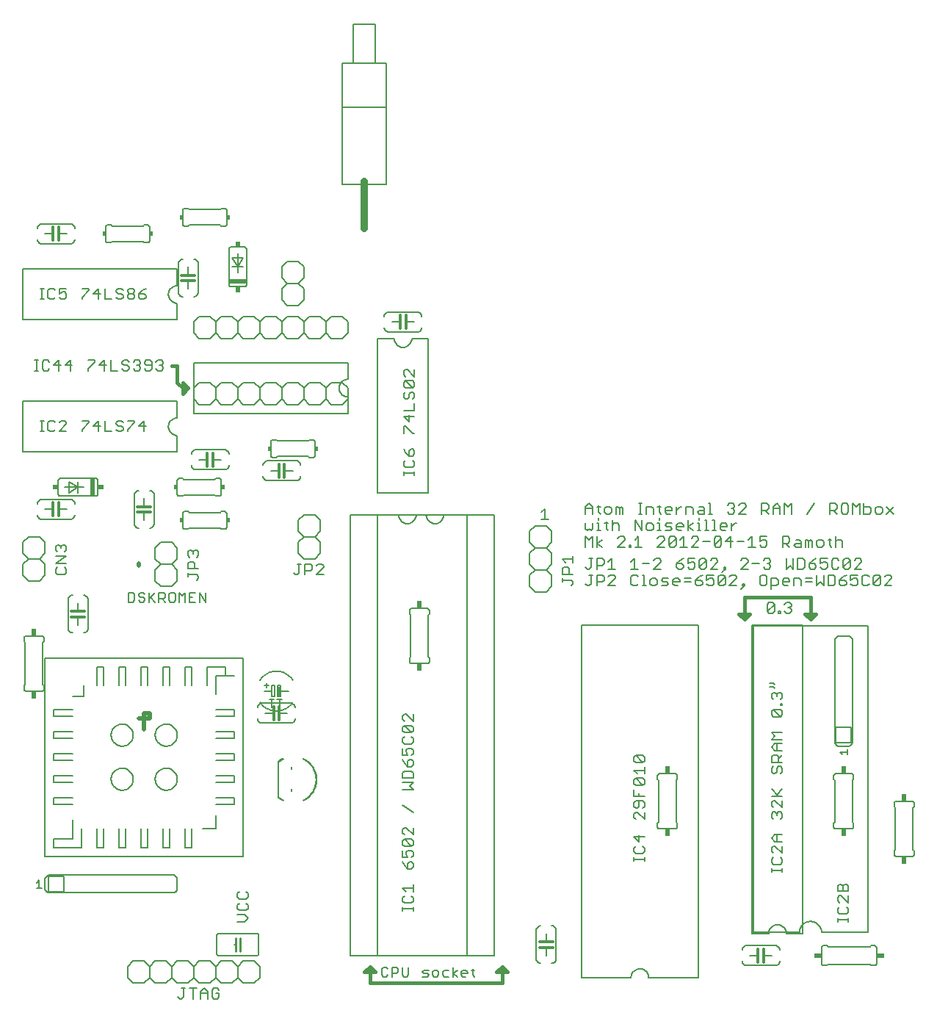
<source format=gto>
G75*
G70*
%OFA0B0*%
%FSLAX24Y24*%
%IPPOS*%
%LPD*%
%AMOC8*
5,1,8,0,0,1.08239X$1,22.5*
%
%ADD10C,0.0160*%
%ADD11C,0.0080*%
%ADD12C,0.0060*%
%ADD13R,0.0240X0.0340*%
%ADD14C,0.0050*%
%ADD15C,0.0200*%
%ADD16C,0.0120*%
%ADD17C,0.0100*%
%ADD18R,0.0150X0.0200*%
%ADD19R,0.0200X0.0800*%
%ADD20R,0.0250X0.0200*%
%ADD21R,0.0800X0.0200*%
%ADD22R,0.0200X0.0250*%
%ADD23C,0.0320*%
%ADD24C,0.0010*%
%ADD25R,0.0340X0.0240*%
D10*
X017374Y002410D02*
X017624Y002660D01*
X017874Y002410D01*
X017374Y002410D01*
X017624Y002660D02*
X017624Y001910D01*
X023624Y001910D01*
X023624Y002660D01*
X023374Y002410D01*
X023874Y002410D01*
X023624Y002660D01*
X034624Y018410D02*
X034374Y018660D01*
X034874Y018660D01*
X034624Y018410D01*
X034624Y019410D01*
X037624Y019410D01*
X037624Y018410D01*
X037374Y018660D01*
X037874Y018660D01*
X037624Y018410D01*
X009374Y028910D02*
X009124Y028660D01*
X009124Y029160D01*
X009374Y028910D01*
X009124Y028910D01*
X008874Y029160D01*
X008874Y029910D01*
X008624Y029910D01*
D11*
X008235Y029860D02*
X008235Y029780D01*
X008155Y029700D01*
X007995Y029700D01*
X007914Y029780D01*
X007719Y029780D02*
X007719Y030100D01*
X007639Y030180D01*
X007479Y030180D01*
X007399Y030100D01*
X007399Y030020D01*
X007479Y029940D01*
X007719Y029940D01*
X007719Y029780D02*
X007639Y029700D01*
X007479Y029700D01*
X007399Y029780D01*
X007203Y029780D02*
X007123Y029700D01*
X006963Y029700D01*
X006883Y029780D01*
X006688Y029780D02*
X006608Y029700D01*
X006448Y029700D01*
X006368Y029780D01*
X006448Y029940D02*
X006608Y029940D01*
X006688Y029860D01*
X006688Y029780D01*
X006448Y029940D02*
X006368Y030020D01*
X006368Y030100D01*
X006448Y030180D01*
X006608Y030180D01*
X006688Y030100D01*
X006883Y030100D02*
X006963Y030180D01*
X007123Y030180D01*
X007203Y030100D01*
X007203Y030020D01*
X007123Y029940D01*
X007203Y029860D01*
X007203Y029780D01*
X007123Y029940D02*
X007043Y029940D01*
X007914Y030100D02*
X007995Y030180D01*
X008155Y030180D01*
X008235Y030100D01*
X008235Y030020D01*
X008155Y029940D01*
X008235Y029860D01*
X008155Y029940D02*
X008075Y029940D01*
X006172Y029700D02*
X005852Y029700D01*
X005852Y030180D01*
X005576Y030180D02*
X005336Y029940D01*
X005657Y029940D01*
X005576Y029700D02*
X005576Y030180D01*
X005141Y030180D02*
X005141Y030100D01*
X004821Y029780D01*
X004821Y029700D01*
X004821Y030180D02*
X005141Y030180D01*
X004110Y029940D02*
X003789Y029940D01*
X004030Y030180D01*
X004030Y029700D01*
X003594Y029940D02*
X003274Y029940D01*
X003514Y030180D01*
X003514Y029700D01*
X003078Y029780D02*
X002998Y029700D01*
X002838Y029700D01*
X002758Y029780D01*
X002758Y030100D01*
X002838Y030180D01*
X002998Y030180D01*
X003078Y030100D01*
X002574Y030180D02*
X002414Y030180D01*
X002494Y030180D02*
X002494Y029700D01*
X002414Y029700D02*
X002574Y029700D01*
X002664Y027430D02*
X002824Y027430D01*
X002744Y027430D02*
X002744Y026950D01*
X002664Y026950D02*
X002824Y026950D01*
X003008Y027030D02*
X003088Y026950D01*
X003248Y026950D01*
X003328Y027030D01*
X003524Y026950D02*
X003844Y027270D01*
X003844Y027350D01*
X003764Y027430D01*
X003604Y027430D01*
X003524Y027350D01*
X003328Y027350D02*
X003248Y027430D01*
X003088Y027430D01*
X003008Y027350D01*
X003008Y027030D01*
X003524Y026950D02*
X003844Y026950D01*
X004555Y026950D02*
X004555Y027030D01*
X004875Y027350D01*
X004875Y027430D01*
X004555Y027430D01*
X005071Y027190D02*
X005391Y027190D01*
X005311Y026950D02*
X005311Y027430D01*
X005071Y027190D01*
X005586Y027430D02*
X005586Y026950D01*
X005907Y026950D01*
X006102Y027030D02*
X006182Y026950D01*
X006342Y026950D01*
X006422Y027030D01*
X006422Y027110D01*
X006342Y027190D01*
X006182Y027190D01*
X006102Y027270D01*
X006102Y027350D01*
X006182Y027430D01*
X006342Y027430D01*
X006422Y027350D01*
X006618Y027430D02*
X006938Y027430D01*
X006938Y027350D01*
X006618Y027030D01*
X006618Y026950D01*
X007133Y027190D02*
X007373Y027430D01*
X007373Y026950D01*
X007453Y027190D02*
X007133Y027190D01*
X009434Y021552D02*
X009514Y021552D01*
X009594Y021471D01*
X009674Y021552D01*
X009754Y021552D01*
X009834Y021471D01*
X009834Y021311D01*
X009754Y021231D01*
X009594Y021391D02*
X009594Y021471D01*
X009434Y021552D02*
X009354Y021471D01*
X009354Y021311D01*
X009434Y021231D01*
X009434Y021036D02*
X009594Y021036D01*
X009674Y020956D01*
X009674Y020716D01*
X009834Y020716D02*
X009354Y020716D01*
X009354Y020956D01*
X009434Y021036D01*
X009354Y020520D02*
X009354Y020360D01*
X009354Y020440D02*
X009754Y020440D01*
X009834Y020360D01*
X009834Y020280D01*
X009754Y020200D01*
X009707Y019620D02*
X009427Y019620D01*
X009427Y019200D01*
X009707Y019200D01*
X009887Y019200D02*
X009887Y019620D01*
X010167Y019200D01*
X010167Y019620D01*
X009567Y019410D02*
X009427Y019410D01*
X009246Y019620D02*
X009246Y019200D01*
X008966Y019200D02*
X008966Y019620D01*
X009106Y019480D01*
X009246Y019620D01*
X008786Y019550D02*
X008716Y019620D01*
X008576Y019620D01*
X008506Y019550D01*
X008506Y019270D01*
X008576Y019200D01*
X008716Y019200D01*
X008786Y019270D01*
X008786Y019550D01*
X008326Y019550D02*
X008326Y019410D01*
X008256Y019340D01*
X008045Y019340D01*
X008045Y019200D02*
X008045Y019620D01*
X008256Y019620D01*
X008326Y019550D01*
X008186Y019340D02*
X008326Y019200D01*
X007865Y019200D02*
X007655Y019410D01*
X007585Y019340D02*
X007865Y019620D01*
X007585Y019620D02*
X007585Y019200D01*
X007405Y019270D02*
X007335Y019200D01*
X007195Y019200D01*
X007125Y019270D01*
X007195Y019410D02*
X007335Y019410D01*
X007405Y019340D01*
X007405Y019270D01*
X007195Y019410D02*
X007125Y019480D01*
X007125Y019550D01*
X007195Y019620D01*
X007335Y019620D01*
X007405Y019550D01*
X006945Y019550D02*
X006874Y019620D01*
X006664Y019620D01*
X006664Y019200D01*
X006874Y019200D01*
X006945Y019270D01*
X006945Y019550D01*
X003834Y020530D02*
X003754Y020450D01*
X003434Y020450D01*
X003354Y020530D01*
X003354Y020690D01*
X003434Y020770D01*
X003354Y020966D02*
X003834Y021286D01*
X003354Y021286D01*
X003434Y021481D02*
X003354Y021561D01*
X003354Y021721D01*
X003434Y021802D01*
X003514Y021802D01*
X003594Y021721D01*
X003674Y021802D01*
X003754Y021802D01*
X003834Y021721D01*
X003834Y021561D01*
X003754Y021481D01*
X003594Y021641D02*
X003594Y021721D01*
X003834Y020966D02*
X003354Y020966D01*
X003754Y020770D02*
X003834Y020690D01*
X003834Y020530D01*
X014164Y020530D02*
X014244Y020450D01*
X014324Y020450D01*
X014404Y020530D01*
X014404Y020930D01*
X014324Y020930D02*
X014485Y020930D01*
X014680Y020930D02*
X014920Y020930D01*
X015000Y020850D01*
X015000Y020690D01*
X014920Y020610D01*
X014680Y020610D01*
X014680Y020450D02*
X014680Y020930D01*
X015196Y020850D02*
X015276Y020930D01*
X015436Y020930D01*
X015516Y020850D01*
X015516Y020770D01*
X015196Y020450D01*
X015516Y020450D01*
X019164Y024965D02*
X019164Y025126D01*
X019164Y025046D02*
X019644Y025046D01*
X019644Y025126D02*
X019644Y024965D01*
X019564Y025309D02*
X019644Y025389D01*
X019644Y025549D01*
X019564Y025630D01*
X019564Y025825D02*
X019644Y025905D01*
X019644Y026065D01*
X019564Y026145D01*
X019484Y026145D01*
X019404Y026065D01*
X019404Y025825D01*
X019564Y025825D01*
X019404Y025825D02*
X019244Y025985D01*
X019164Y026145D01*
X019244Y025630D02*
X019164Y025549D01*
X019164Y025389D01*
X019244Y025309D01*
X019564Y025309D01*
X019564Y026856D02*
X019644Y026856D01*
X019564Y026856D02*
X019244Y027176D01*
X019164Y027176D01*
X019164Y026856D01*
X019404Y027372D02*
X019404Y027692D01*
X019164Y027612D02*
X019404Y027372D01*
X019644Y027612D02*
X019164Y027612D01*
X019164Y027887D02*
X019644Y027887D01*
X019644Y028208D01*
X019564Y028403D02*
X019644Y028483D01*
X019644Y028643D01*
X019564Y028723D01*
X019484Y028723D01*
X019404Y028643D01*
X019404Y028483D01*
X019324Y028403D01*
X019244Y028403D01*
X019164Y028483D01*
X019164Y028643D01*
X019244Y028723D01*
X019244Y028919D02*
X019164Y028999D01*
X019164Y029159D01*
X019244Y029239D01*
X019564Y028919D01*
X019644Y028999D01*
X019644Y029159D01*
X019564Y029239D01*
X019244Y029239D01*
X019244Y029434D02*
X019164Y029514D01*
X019164Y029675D01*
X019244Y029755D01*
X019324Y029755D01*
X019644Y029434D01*
X019644Y029755D01*
X019564Y028919D02*
X019244Y028919D01*
X025414Y023270D02*
X025574Y023430D01*
X025574Y022950D01*
X025414Y022950D02*
X025735Y022950D01*
X027414Y022770D02*
X027414Y022530D01*
X027494Y022450D01*
X027574Y022530D01*
X027654Y022450D01*
X027735Y022530D01*
X027735Y022770D01*
X027930Y022770D02*
X028010Y022770D01*
X028010Y022450D01*
X027930Y022450D02*
X028090Y022450D01*
X028354Y022530D02*
X028354Y022850D01*
X028274Y022770D02*
X028434Y022770D01*
X028617Y022690D02*
X028698Y022770D01*
X028858Y022770D01*
X028938Y022690D01*
X028938Y022450D01*
X028955Y022180D02*
X028875Y022100D01*
X028955Y022180D02*
X029115Y022180D01*
X029196Y022100D01*
X029196Y022020D01*
X028875Y021700D01*
X029196Y021700D01*
X029391Y021700D02*
X029471Y021700D01*
X029471Y021780D01*
X029391Y021780D01*
X029391Y021700D01*
X029649Y021700D02*
X029969Y021700D01*
X029809Y021700D02*
X029809Y022180D01*
X029649Y022020D01*
X029649Y022450D02*
X029649Y022930D01*
X029969Y022450D01*
X029969Y022930D01*
X029981Y023200D02*
X029821Y023200D01*
X029901Y023200D02*
X029901Y023680D01*
X029821Y023680D02*
X029981Y023680D01*
X030164Y023520D02*
X030405Y023520D01*
X030485Y023440D01*
X030485Y023200D01*
X030760Y023280D02*
X030840Y023200D01*
X030760Y023280D02*
X030760Y023600D01*
X030680Y023520D02*
X030840Y023520D01*
X031024Y023440D02*
X031104Y023520D01*
X031264Y023520D01*
X031344Y023440D01*
X031344Y023360D01*
X031024Y023360D01*
X031024Y023280D02*
X031024Y023440D01*
X031024Y023280D02*
X031104Y023200D01*
X031264Y023200D01*
X031539Y023200D02*
X031539Y023520D01*
X031539Y023360D02*
X031700Y023520D01*
X031780Y023520D01*
X031969Y023520D02*
X032209Y023520D01*
X032289Y023440D01*
X032289Y023200D01*
X032485Y023280D02*
X032565Y023200D01*
X032805Y023200D01*
X032805Y023440D01*
X032725Y023520D01*
X032565Y023520D01*
X032565Y023360D02*
X032805Y023360D01*
X032565Y023360D02*
X032485Y023280D01*
X032565Y023010D02*
X032565Y022930D01*
X032565Y022770D02*
X032565Y022450D01*
X032485Y022450D02*
X032645Y022450D01*
X032829Y022450D02*
X032989Y022450D01*
X032909Y022450D02*
X032909Y022930D01*
X032829Y022930D01*
X032565Y022770D02*
X032485Y022770D01*
X032295Y022770D02*
X032055Y022610D01*
X032295Y022450D01*
X032055Y022450D02*
X032055Y022930D01*
X031969Y023200D02*
X031969Y023520D01*
X031780Y022770D02*
X031860Y022690D01*
X031860Y022610D01*
X031539Y022610D01*
X031539Y022530D02*
X031539Y022690D01*
X031619Y022770D01*
X031780Y022770D01*
X031780Y022450D02*
X031619Y022450D01*
X031539Y022530D01*
X031344Y022530D02*
X031264Y022610D01*
X031104Y022610D01*
X031024Y022690D01*
X031104Y022770D01*
X031344Y022770D01*
X031344Y022530D02*
X031264Y022450D01*
X031024Y022450D01*
X030840Y022450D02*
X030680Y022450D01*
X030760Y022450D02*
X030760Y022770D01*
X030680Y022770D01*
X030760Y022930D02*
X030760Y023010D01*
X030485Y022690D02*
X030405Y022770D01*
X030244Y022770D01*
X030164Y022690D01*
X030164Y022530D01*
X030244Y022450D01*
X030405Y022450D01*
X030485Y022530D01*
X030485Y022690D01*
X030760Y022180D02*
X030680Y022100D01*
X030760Y022180D02*
X030920Y022180D01*
X031000Y022100D01*
X031000Y022020D01*
X030680Y021700D01*
X031000Y021700D01*
X031196Y021780D02*
X031516Y022100D01*
X031516Y021780D01*
X031436Y021700D01*
X031276Y021700D01*
X031196Y021780D01*
X031196Y022100D01*
X031276Y022180D01*
X031436Y022180D01*
X031516Y022100D01*
X031711Y022020D02*
X031871Y022180D01*
X031871Y021700D01*
X031711Y021700D02*
X032032Y021700D01*
X032227Y021700D02*
X032547Y022020D01*
X032547Y022100D01*
X032467Y022180D01*
X032307Y022180D01*
X032227Y022100D01*
X032227Y021700D02*
X032547Y021700D01*
X032743Y021940D02*
X033063Y021940D01*
X033258Y021780D02*
X033578Y022100D01*
X033578Y021780D01*
X033498Y021700D01*
X033338Y021700D01*
X033258Y021780D01*
X033258Y022100D01*
X033338Y022180D01*
X033498Y022180D01*
X033578Y022100D01*
X033774Y021940D02*
X034094Y021940D01*
X034289Y021940D02*
X034610Y021940D01*
X034805Y022020D02*
X034965Y022180D01*
X034965Y021700D01*
X034805Y021700D02*
X035125Y021700D01*
X035321Y021780D02*
X035401Y021700D01*
X035561Y021700D01*
X035641Y021780D01*
X035641Y021940D01*
X035561Y022020D01*
X035481Y022020D01*
X035321Y021940D01*
X035321Y022180D01*
X035641Y022180D01*
X036352Y022180D02*
X036352Y021700D01*
X036352Y021860D02*
X036592Y021860D01*
X036672Y021940D01*
X036672Y022100D01*
X036592Y022180D01*
X036352Y022180D01*
X036512Y021860D02*
X036672Y021700D01*
X036868Y021780D02*
X036948Y021860D01*
X037188Y021860D01*
X037188Y021940D02*
X037188Y021700D01*
X036948Y021700D01*
X036868Y021780D01*
X036948Y022020D02*
X037108Y022020D01*
X037188Y021940D01*
X037383Y022020D02*
X037463Y022020D01*
X037543Y021940D01*
X037624Y022020D01*
X037704Y021940D01*
X037704Y021700D01*
X037543Y021700D02*
X037543Y021940D01*
X037383Y022020D02*
X037383Y021700D01*
X037280Y021180D02*
X037040Y021180D01*
X037040Y020700D01*
X037280Y020700D01*
X037360Y020780D01*
X037360Y021100D01*
X037280Y021180D01*
X037555Y020940D02*
X037795Y020940D01*
X037875Y020860D01*
X037875Y020780D01*
X037795Y020700D01*
X037635Y020700D01*
X037555Y020780D01*
X037555Y020940D01*
X037715Y021100D01*
X037875Y021180D01*
X038071Y021180D02*
X038071Y020940D01*
X038231Y021020D01*
X038311Y021020D01*
X038391Y020940D01*
X038391Y020780D01*
X038311Y020700D01*
X038151Y020700D01*
X038071Y020780D01*
X038219Y020430D02*
X038219Y019950D01*
X038059Y020110D01*
X037899Y019950D01*
X037899Y020430D01*
X037704Y020270D02*
X037383Y020270D01*
X037383Y020110D02*
X037704Y020110D01*
X037188Y020190D02*
X037188Y019950D01*
X037188Y020190D02*
X037108Y020270D01*
X036868Y020270D01*
X036868Y019950D01*
X036672Y020110D02*
X036352Y020110D01*
X036352Y020030D02*
X036352Y020190D01*
X036432Y020270D01*
X036592Y020270D01*
X036672Y020190D01*
X036672Y020110D01*
X036592Y019950D02*
X036432Y019950D01*
X036352Y020030D01*
X036157Y020030D02*
X036077Y019950D01*
X035836Y019950D01*
X035836Y019790D02*
X035836Y020270D01*
X036077Y020270D01*
X036157Y020190D01*
X036157Y020030D01*
X035904Y019180D02*
X035985Y019100D01*
X035664Y018780D01*
X035744Y018700D01*
X035904Y018700D01*
X035985Y018780D01*
X035985Y019100D01*
X035904Y019180D02*
X035744Y019180D01*
X035664Y019100D01*
X035664Y018780D01*
X036180Y018780D02*
X036260Y018780D01*
X036260Y018700D01*
X036180Y018700D01*
X036180Y018780D01*
X036438Y018780D02*
X036518Y018700D01*
X036678Y018700D01*
X036758Y018780D01*
X036758Y018860D01*
X036678Y018940D01*
X036598Y018940D01*
X036678Y018940D02*
X036758Y019020D01*
X036758Y019100D01*
X036678Y019180D01*
X036518Y019180D01*
X036438Y019100D01*
X035561Y019950D02*
X035641Y020030D01*
X035641Y020350D01*
X035561Y020430D01*
X035401Y020430D01*
X035321Y020350D01*
X035321Y020030D01*
X035401Y019950D01*
X035561Y019950D01*
X035573Y020700D02*
X035493Y020780D01*
X035573Y020700D02*
X035733Y020700D01*
X035813Y020780D01*
X035813Y020860D01*
X035733Y020940D01*
X035653Y020940D01*
X035733Y020940D02*
X035813Y021020D01*
X035813Y021100D01*
X035733Y021180D01*
X035573Y021180D01*
X035493Y021100D01*
X035297Y020940D02*
X034977Y020940D01*
X034782Y021020D02*
X034782Y021100D01*
X034702Y021180D01*
X034541Y021180D01*
X034461Y021100D01*
X034782Y021020D02*
X034461Y020700D01*
X034782Y020700D01*
X034266Y020350D02*
X034186Y020430D01*
X034026Y020430D01*
X033946Y020350D01*
X033750Y020350D02*
X033430Y020030D01*
X033510Y019950D01*
X033670Y019950D01*
X033750Y020030D01*
X033750Y020350D01*
X033670Y020430D01*
X033510Y020430D01*
X033430Y020350D01*
X033430Y020030D01*
X033235Y020030D02*
X033155Y019950D01*
X032995Y019950D01*
X032914Y020030D01*
X032914Y020190D02*
X033075Y020270D01*
X033155Y020270D01*
X033235Y020190D01*
X033235Y020030D01*
X032914Y020190D02*
X032914Y020430D01*
X033235Y020430D01*
X033086Y020700D02*
X033407Y021020D01*
X033407Y021100D01*
X033327Y021180D01*
X033166Y021180D01*
X033086Y021100D01*
X032891Y021100D02*
X032891Y020780D01*
X032811Y020700D01*
X032651Y020700D01*
X032571Y020780D01*
X032891Y021100D01*
X032811Y021180D01*
X032651Y021180D01*
X032571Y021100D01*
X032571Y020780D01*
X032375Y020780D02*
X032295Y020700D01*
X032135Y020700D01*
X032055Y020780D01*
X032055Y020940D02*
X032215Y021020D01*
X032295Y021020D01*
X032375Y020940D01*
X032375Y020780D01*
X032055Y020940D02*
X032055Y021180D01*
X032375Y021180D01*
X031860Y021180D02*
X031700Y021100D01*
X031539Y020940D01*
X031780Y020940D01*
X031860Y020860D01*
X031860Y020780D01*
X031780Y020700D01*
X031619Y020700D01*
X031539Y020780D01*
X031539Y020940D01*
X031608Y020270D02*
X031688Y020190D01*
X031688Y020110D01*
X031368Y020110D01*
X031368Y020030D02*
X031368Y020190D01*
X031448Y020270D01*
X031608Y020270D01*
X031883Y020270D02*
X032203Y020270D01*
X032203Y020110D02*
X031883Y020110D01*
X031608Y019950D02*
X031448Y019950D01*
X031368Y020030D01*
X031172Y020030D02*
X031092Y020110D01*
X030932Y020110D01*
X030852Y020190D01*
X030932Y020270D01*
X031172Y020270D01*
X031172Y020030D02*
X031092Y019950D01*
X030852Y019950D01*
X030657Y020030D02*
X030657Y020190D01*
X030576Y020270D01*
X030416Y020270D01*
X030336Y020190D01*
X030336Y020030D01*
X030416Y019950D01*
X030576Y019950D01*
X030657Y020030D01*
X030153Y019950D02*
X029992Y019950D01*
X030073Y019950D02*
X030073Y020430D01*
X029992Y020430D01*
X029797Y020350D02*
X029717Y020430D01*
X029557Y020430D01*
X029477Y020350D01*
X029477Y020030D01*
X029557Y019950D01*
X029717Y019950D01*
X029797Y020030D01*
X029797Y020700D02*
X029477Y020700D01*
X029637Y020700D02*
X029637Y021180D01*
X029477Y021020D01*
X029992Y020940D02*
X030313Y020940D01*
X030508Y021100D02*
X030588Y021180D01*
X030748Y021180D01*
X030828Y021100D01*
X030828Y021020D01*
X030508Y020700D01*
X030828Y020700D01*
X032399Y020190D02*
X032399Y020030D01*
X032479Y019950D01*
X032639Y019950D01*
X032719Y020030D01*
X032719Y020110D01*
X032639Y020190D01*
X032399Y020190D01*
X032559Y020350D01*
X032719Y020430D01*
X033086Y020700D02*
X033407Y020700D01*
X033602Y020540D02*
X033762Y020700D01*
X033682Y020700D01*
X033682Y020780D01*
X033762Y020780D01*
X033762Y020700D01*
X034266Y020350D02*
X034266Y020270D01*
X033946Y019950D01*
X034266Y019950D01*
X034461Y019790D02*
X034622Y019950D01*
X034541Y019950D01*
X034541Y020030D01*
X034622Y020030D01*
X034622Y019950D01*
X034014Y021700D02*
X034014Y022180D01*
X033774Y021940D01*
X033756Y022450D02*
X033596Y022450D01*
X033516Y022530D01*
X033516Y022690D01*
X033596Y022770D01*
X033756Y022770D01*
X033836Y022690D01*
X033836Y022610D01*
X033516Y022610D01*
X033332Y022450D02*
X033172Y022450D01*
X033252Y022450D02*
X033252Y022930D01*
X033172Y022930D01*
X033161Y023200D02*
X033000Y023200D01*
X033080Y023200D02*
X033080Y023680D01*
X033000Y023680D01*
X033860Y023600D02*
X033940Y023680D01*
X034100Y023680D01*
X034180Y023600D01*
X034180Y023520D01*
X034100Y023440D01*
X034180Y023360D01*
X034180Y023280D01*
X034100Y023200D01*
X033940Y023200D01*
X033860Y023280D01*
X034020Y023440D02*
X034100Y023440D01*
X034375Y023600D02*
X034455Y023680D01*
X034616Y023680D01*
X034696Y023600D01*
X034696Y023520D01*
X034375Y023200D01*
X034696Y023200D01*
X034272Y022770D02*
X034192Y022770D01*
X034032Y022610D01*
X034032Y022450D02*
X034032Y022770D01*
X035407Y023200D02*
X035407Y023680D01*
X035647Y023680D01*
X035727Y023600D01*
X035727Y023440D01*
X035647Y023360D01*
X035407Y023360D01*
X035567Y023360D02*
X035727Y023200D01*
X035922Y023200D02*
X035922Y023520D01*
X036082Y023680D01*
X036243Y023520D01*
X036243Y023200D01*
X036438Y023200D02*
X036438Y023680D01*
X036598Y023520D01*
X036758Y023680D01*
X036758Y023200D01*
X036243Y023440D02*
X035922Y023440D01*
X037469Y023200D02*
X037790Y023680D01*
X038501Y023680D02*
X038501Y023200D01*
X038501Y023360D02*
X038741Y023360D01*
X038821Y023440D01*
X038821Y023600D01*
X038741Y023680D01*
X038501Y023680D01*
X038661Y023360D02*
X038821Y023200D01*
X039016Y023280D02*
X039096Y023200D01*
X039256Y023200D01*
X039336Y023280D01*
X039336Y023600D01*
X039256Y023680D01*
X039096Y023680D01*
X039016Y023600D01*
X039016Y023280D01*
X039532Y023200D02*
X039532Y023680D01*
X039692Y023520D01*
X039852Y023680D01*
X039852Y023200D01*
X040047Y023200D02*
X040288Y023200D01*
X040368Y023280D01*
X040368Y023440D01*
X040288Y023520D01*
X040047Y023520D01*
X040047Y023680D02*
X040047Y023200D01*
X040563Y023280D02*
X040643Y023200D01*
X040803Y023200D01*
X040883Y023280D01*
X040883Y023440D01*
X040803Y023520D01*
X040643Y023520D01*
X040563Y023440D01*
X040563Y023280D01*
X041079Y023200D02*
X041399Y023520D01*
X041079Y023520D02*
X041399Y023200D01*
X039858Y021180D02*
X039698Y021180D01*
X039618Y021100D01*
X039422Y021100D02*
X039422Y020780D01*
X039342Y020700D01*
X039182Y020700D01*
X039102Y020780D01*
X039422Y021100D01*
X039342Y021180D01*
X039182Y021180D01*
X039102Y021100D01*
X039102Y020780D01*
X038907Y020780D02*
X038827Y020700D01*
X038667Y020700D01*
X038586Y020780D01*
X038586Y021100D01*
X038667Y021180D01*
X038827Y021180D01*
X038907Y021100D01*
X038391Y021180D02*
X038071Y021180D01*
X038139Y021700D02*
X038219Y021780D01*
X038219Y021940D01*
X038139Y022020D01*
X037979Y022020D01*
X037899Y021940D01*
X037899Y021780D01*
X037979Y021700D01*
X038139Y021700D01*
X038495Y021780D02*
X038495Y022100D01*
X038415Y022020D02*
X038575Y022020D01*
X038758Y021940D02*
X038838Y022020D01*
X038999Y022020D01*
X039079Y021940D01*
X039079Y021700D01*
X038758Y021700D02*
X038758Y022180D01*
X038495Y021780D02*
X038575Y021700D01*
X038655Y020430D02*
X038415Y020430D01*
X038415Y019950D01*
X038655Y019950D01*
X038735Y020030D01*
X038735Y020350D01*
X038655Y020430D01*
X038930Y020190D02*
X038930Y020030D01*
X039010Y019950D01*
X039170Y019950D01*
X039251Y020030D01*
X039251Y020110D01*
X039170Y020190D01*
X038930Y020190D01*
X039090Y020350D01*
X039251Y020430D01*
X039446Y020430D02*
X039446Y020190D01*
X039606Y020270D01*
X039686Y020270D01*
X039766Y020190D01*
X039766Y020030D01*
X039686Y019950D01*
X039526Y019950D01*
X039446Y020030D01*
X039446Y020430D02*
X039766Y020430D01*
X039962Y020350D02*
X039962Y020030D01*
X040042Y019950D01*
X040202Y019950D01*
X040282Y020030D01*
X040477Y020030D02*
X040797Y020350D01*
X040797Y020030D01*
X040717Y019950D01*
X040557Y019950D01*
X040477Y020030D01*
X040477Y020350D01*
X040557Y020430D01*
X040717Y020430D01*
X040797Y020350D01*
X040993Y020350D02*
X041073Y020430D01*
X041233Y020430D01*
X041313Y020350D01*
X041313Y020270D01*
X040993Y019950D01*
X041313Y019950D01*
X040282Y020350D02*
X040202Y020430D01*
X040042Y020430D01*
X039962Y020350D01*
X039938Y020700D02*
X039618Y020700D01*
X039938Y021020D01*
X039938Y021100D01*
X039858Y021180D01*
X036844Y021180D02*
X036844Y020700D01*
X036684Y020860D01*
X036524Y020700D01*
X036524Y021180D01*
X035934Y015526D02*
X036014Y015446D01*
X035934Y015366D02*
X036014Y015286D01*
X035934Y015366D02*
X035774Y015366D01*
X035774Y015526D02*
X035934Y015526D01*
X035934Y015091D02*
X036014Y015091D01*
X036094Y015011D01*
X036174Y015091D01*
X036254Y015091D01*
X036334Y015011D01*
X036334Y014851D01*
X036254Y014771D01*
X036254Y014593D02*
X036334Y014593D01*
X036334Y014513D01*
X036254Y014513D01*
X036254Y014593D01*
X036254Y014317D02*
X035934Y014317D01*
X036254Y013997D01*
X036334Y014077D01*
X036334Y014237D01*
X036254Y014317D01*
X036254Y013997D02*
X035934Y013997D01*
X035854Y014077D01*
X035854Y014237D01*
X035934Y014317D01*
X035934Y014771D02*
X035854Y014851D01*
X035854Y015011D01*
X035934Y015091D01*
X036094Y015011D02*
X036094Y014931D01*
X035854Y013286D02*
X036334Y013286D01*
X036334Y012966D02*
X035854Y012966D01*
X036014Y013126D01*
X035854Y013286D01*
X036014Y012770D02*
X036334Y012770D01*
X036094Y012770D02*
X036094Y012450D01*
X036014Y012450D02*
X035854Y012610D01*
X036014Y012770D01*
X036014Y012450D02*
X036334Y012450D01*
X036334Y012255D02*
X036174Y012095D01*
X036174Y012175D02*
X036174Y011935D01*
X036334Y011935D02*
X035854Y011935D01*
X035854Y012175D01*
X035934Y012255D01*
X036094Y012255D01*
X036174Y012175D01*
X036174Y011739D02*
X036094Y011659D01*
X036094Y011499D01*
X036014Y011419D01*
X035934Y011419D01*
X035854Y011499D01*
X035854Y011659D01*
X035934Y011739D01*
X036174Y011739D02*
X036254Y011739D01*
X036334Y011659D01*
X036334Y011499D01*
X036254Y011419D01*
X036334Y010708D02*
X036094Y010468D01*
X036174Y010388D02*
X035854Y010708D01*
X035854Y010388D02*
X036334Y010388D01*
X036334Y010192D02*
X036334Y009872D01*
X036014Y010192D01*
X035934Y010192D01*
X035854Y010112D01*
X035854Y009952D01*
X035934Y009872D01*
X035934Y009677D02*
X036014Y009677D01*
X036094Y009597D01*
X036174Y009677D01*
X036254Y009677D01*
X036334Y009597D01*
X036334Y009436D01*
X036254Y009356D01*
X036094Y009516D02*
X036094Y009597D01*
X035934Y009677D02*
X035854Y009597D01*
X035854Y009436D01*
X035934Y009356D01*
X036014Y008645D02*
X036334Y008645D01*
X036094Y008645D02*
X036094Y008325D01*
X036014Y008325D02*
X035854Y008485D01*
X036014Y008645D01*
X036014Y008325D02*
X036334Y008325D01*
X036334Y008130D02*
X036334Y007809D01*
X036014Y008130D01*
X035934Y008130D01*
X035854Y008050D01*
X035854Y007889D01*
X035934Y007809D01*
X035934Y007614D02*
X035854Y007534D01*
X035854Y007374D01*
X035934Y007294D01*
X036254Y007294D01*
X036334Y007374D01*
X036334Y007534D01*
X036254Y007614D01*
X036334Y007110D02*
X036334Y006950D01*
X036334Y007030D02*
X035854Y007030D01*
X035854Y006950D02*
X035854Y007110D01*
X038854Y006315D02*
X038934Y006395D01*
X039014Y006395D01*
X039094Y006315D01*
X039094Y006075D01*
X039014Y005880D02*
X038934Y005880D01*
X038854Y005800D01*
X038854Y005639D01*
X038934Y005559D01*
X038934Y005364D02*
X038854Y005284D01*
X038854Y005124D01*
X038934Y005044D01*
X039254Y005044D01*
X039334Y005124D01*
X039334Y005284D01*
X039254Y005364D01*
X039334Y005559D02*
X039014Y005880D01*
X038854Y006075D02*
X038854Y006315D01*
X038854Y006075D02*
X039334Y006075D01*
X039334Y006315D01*
X039254Y006395D01*
X039174Y006395D01*
X039094Y006315D01*
X039334Y005880D02*
X039334Y005559D01*
X039334Y004860D02*
X039334Y004700D01*
X039334Y004780D02*
X038854Y004780D01*
X038854Y004700D02*
X038854Y004860D01*
X030084Y007450D02*
X030084Y007610D01*
X030084Y007530D02*
X029604Y007530D01*
X029604Y007450D02*
X029604Y007610D01*
X029684Y007794D02*
X030004Y007794D01*
X030084Y007874D01*
X030084Y008034D01*
X030004Y008114D01*
X029844Y008309D02*
X029844Y008630D01*
X029604Y008550D02*
X029844Y008309D01*
X029684Y008114D02*
X029604Y008034D01*
X029604Y007874D01*
X029684Y007794D01*
X029604Y008550D02*
X030084Y008550D01*
X030084Y009341D02*
X029764Y009661D01*
X029684Y009661D01*
X029604Y009581D01*
X029604Y009421D01*
X029684Y009341D01*
X030084Y009341D02*
X030084Y009661D01*
X030004Y009856D02*
X030084Y009936D01*
X030084Y010097D01*
X030004Y010177D01*
X029684Y010177D01*
X029604Y010097D01*
X029604Y009936D01*
X029684Y009856D01*
X029764Y009856D01*
X029844Y009936D01*
X029844Y010177D01*
X029844Y010372D02*
X029844Y010532D01*
X029604Y010372D02*
X029604Y010692D01*
X029684Y010888D02*
X029604Y010968D01*
X029604Y011128D01*
X029684Y011208D01*
X030004Y010888D01*
X030084Y010968D01*
X030084Y011128D01*
X030004Y011208D01*
X029684Y011208D01*
X029764Y011403D02*
X029604Y011563D01*
X030084Y011563D01*
X030084Y011403D02*
X030084Y011724D01*
X030004Y011919D02*
X029684Y012239D01*
X030004Y012239D01*
X030084Y012159D01*
X030084Y011999D01*
X030004Y011919D01*
X029684Y011919D01*
X029604Y011999D01*
X029604Y012159D01*
X029684Y012239D01*
X029684Y010888D02*
X030004Y010888D01*
X030084Y010372D02*
X029604Y010372D01*
X022301Y002550D02*
X022301Y002270D01*
X022371Y002200D01*
X022371Y002480D02*
X022231Y002480D01*
X022051Y002410D02*
X022051Y002340D01*
X021771Y002340D01*
X021771Y002270D02*
X021771Y002410D01*
X021841Y002480D01*
X021981Y002480D01*
X022051Y002410D01*
X021981Y002200D02*
X021841Y002200D01*
X021771Y002270D01*
X021597Y002200D02*
X021387Y002340D01*
X021597Y002480D01*
X021387Y002620D02*
X021387Y002200D01*
X021207Y002200D02*
X020997Y002200D01*
X020927Y002270D01*
X020927Y002410D01*
X020997Y002480D01*
X021207Y002480D01*
X020746Y002410D02*
X020746Y002270D01*
X020676Y002200D01*
X020536Y002200D01*
X020466Y002270D01*
X020466Y002410D01*
X020536Y002480D01*
X020676Y002480D01*
X020746Y002410D01*
X020286Y002480D02*
X020076Y002480D01*
X020006Y002410D01*
X020076Y002340D01*
X020216Y002340D01*
X020286Y002270D01*
X020216Y002200D01*
X020006Y002200D01*
X019365Y002270D02*
X019365Y002620D01*
X019085Y002620D02*
X019085Y002270D01*
X019155Y002200D01*
X019295Y002200D01*
X019365Y002270D01*
X018905Y002410D02*
X018835Y002340D01*
X018625Y002340D01*
X018625Y002200D02*
X018625Y002620D01*
X018835Y002620D01*
X018905Y002550D01*
X018905Y002410D01*
X018445Y002270D02*
X018374Y002200D01*
X018234Y002200D01*
X018164Y002270D01*
X018164Y002550D01*
X018234Y002620D01*
X018374Y002620D01*
X018445Y002550D01*
X019104Y005200D02*
X019104Y005360D01*
X019104Y005280D02*
X019584Y005280D01*
X019584Y005200D02*
X019584Y005360D01*
X019504Y005544D02*
X019584Y005624D01*
X019584Y005784D01*
X019504Y005864D01*
X019584Y006059D02*
X019584Y006380D01*
X019584Y006220D02*
X019104Y006220D01*
X019264Y006059D01*
X019184Y005864D02*
X019104Y005784D01*
X019104Y005624D01*
X019184Y005544D01*
X019504Y005544D01*
X019504Y007091D02*
X019584Y007171D01*
X019584Y007331D01*
X019504Y007411D01*
X019424Y007411D01*
X019344Y007331D01*
X019344Y007091D01*
X019504Y007091D01*
X019344Y007091D02*
X019184Y007251D01*
X019104Y007411D01*
X019104Y007606D02*
X019344Y007606D01*
X019264Y007766D01*
X019264Y007847D01*
X019344Y007927D01*
X019504Y007927D01*
X019584Y007847D01*
X019584Y007686D01*
X019504Y007606D01*
X019104Y007606D02*
X019104Y007927D01*
X019184Y008122D02*
X019104Y008202D01*
X019104Y008362D01*
X019184Y008442D01*
X019504Y008122D01*
X019584Y008202D01*
X019584Y008362D01*
X019504Y008442D01*
X019184Y008442D01*
X019184Y008638D02*
X019104Y008718D01*
X019104Y008878D01*
X019184Y008958D01*
X019264Y008958D01*
X019584Y008638D01*
X019584Y008958D01*
X019584Y009669D02*
X019104Y009989D01*
X019104Y010700D02*
X019584Y010700D01*
X019424Y010860D01*
X019584Y011020D01*
X019104Y011020D01*
X019104Y011216D02*
X019104Y011456D01*
X019184Y011536D01*
X019504Y011536D01*
X019584Y011456D01*
X019584Y011216D01*
X019104Y011216D01*
X019344Y011731D02*
X019344Y011972D01*
X019424Y012052D01*
X019504Y012052D01*
X019584Y011972D01*
X019584Y011812D01*
X019504Y011731D01*
X019344Y011731D01*
X019184Y011892D01*
X019104Y012052D01*
X019104Y012247D02*
X019344Y012247D01*
X019264Y012407D01*
X019264Y012487D01*
X019344Y012567D01*
X019504Y012567D01*
X019584Y012487D01*
X019584Y012327D01*
X019504Y012247D01*
X019104Y012247D02*
X019104Y012567D01*
X019184Y012763D02*
X019104Y012843D01*
X019104Y013003D01*
X019184Y013083D01*
X019184Y013278D02*
X019104Y013358D01*
X019104Y013519D01*
X019184Y013599D01*
X019504Y013278D01*
X019584Y013358D01*
X019584Y013519D01*
X019504Y013599D01*
X019184Y013599D01*
X019184Y013794D02*
X019104Y013874D01*
X019104Y014034D01*
X019184Y014114D01*
X019264Y014114D01*
X019584Y013794D01*
X019584Y014114D01*
X019504Y013278D02*
X019184Y013278D01*
X019504Y013083D02*
X019584Y013003D01*
X019584Y012843D01*
X019504Y012763D01*
X019184Y012763D01*
X019184Y008122D02*
X019504Y008122D01*
X012084Y005971D02*
X012084Y005811D01*
X012004Y005731D01*
X011684Y005731D01*
X011604Y005811D01*
X011604Y005971D01*
X011684Y006052D01*
X012004Y006052D02*
X012084Y005971D01*
X012004Y005536D02*
X012084Y005456D01*
X012084Y005296D01*
X012004Y005216D01*
X011684Y005216D01*
X011604Y005296D01*
X011604Y005456D01*
X011684Y005536D01*
X011604Y005020D02*
X011924Y005020D01*
X012084Y004860D01*
X011924Y004700D01*
X011604Y004700D01*
X010701Y001680D02*
X010541Y001680D01*
X010461Y001600D01*
X010461Y001280D01*
X010541Y001200D01*
X010701Y001200D01*
X010781Y001280D01*
X010781Y001440D01*
X010621Y001440D01*
X010781Y001600D02*
X010701Y001680D01*
X010266Y001520D02*
X010266Y001200D01*
X010266Y001440D02*
X009946Y001440D01*
X009946Y001520D02*
X010106Y001680D01*
X010266Y001520D01*
X009946Y001520D02*
X009946Y001200D01*
X009590Y001200D02*
X009590Y001680D01*
X009430Y001680D02*
X009750Y001680D01*
X009235Y001680D02*
X009074Y001680D01*
X009154Y001680D02*
X009154Y001280D01*
X009074Y001200D01*
X008994Y001200D01*
X008914Y001280D01*
X026754Y019950D02*
X026834Y020030D01*
X026834Y020110D01*
X026754Y020190D01*
X026354Y020190D01*
X026354Y020110D02*
X026354Y020270D01*
X026354Y020466D02*
X026354Y020706D01*
X026434Y020786D01*
X026594Y020786D01*
X026674Y020706D01*
X026674Y020466D01*
X026834Y020466D02*
X026354Y020466D01*
X026514Y020981D02*
X026354Y021141D01*
X026834Y021141D01*
X026834Y020981D02*
X026834Y021302D01*
X027414Y021700D02*
X027414Y022180D01*
X027574Y022020D01*
X027735Y022180D01*
X027735Y021700D01*
X027930Y021700D02*
X027930Y022180D01*
X028170Y022020D02*
X027930Y021860D01*
X028170Y021700D01*
X028170Y021180D02*
X028250Y021100D01*
X028250Y020940D01*
X028170Y020860D01*
X027930Y020860D01*
X027930Y020700D02*
X027930Y021180D01*
X028170Y021180D01*
X028446Y021020D02*
X028606Y021180D01*
X028606Y020700D01*
X028446Y020700D02*
X028766Y020700D01*
X028686Y020430D02*
X028526Y020430D01*
X028446Y020350D01*
X028250Y020350D02*
X028250Y020190D01*
X028170Y020110D01*
X027930Y020110D01*
X027930Y019950D02*
X027930Y020430D01*
X028170Y020430D01*
X028250Y020350D01*
X028686Y020430D02*
X028766Y020350D01*
X028766Y020270D01*
X028446Y019950D01*
X028766Y019950D01*
X027654Y020030D02*
X027654Y020430D01*
X027574Y020430D02*
X027735Y020430D01*
X027574Y020700D02*
X027654Y020780D01*
X027654Y021180D01*
X027574Y021180D02*
X027735Y021180D01*
X027574Y020700D02*
X027494Y020700D01*
X027414Y020780D01*
X027414Y020030D02*
X027494Y019950D01*
X027574Y019950D01*
X027654Y020030D01*
X028434Y022450D02*
X028354Y022530D01*
X028617Y022450D02*
X028617Y022930D01*
X028514Y023200D02*
X028594Y023280D01*
X028594Y023440D01*
X028514Y023520D01*
X028354Y023520D01*
X028274Y023440D01*
X028274Y023280D01*
X028354Y023200D01*
X028514Y023200D01*
X028789Y023200D02*
X028789Y023520D01*
X028869Y023520D01*
X028949Y023440D01*
X029030Y023520D01*
X029110Y023440D01*
X029110Y023200D01*
X028949Y023200D02*
X028949Y023440D01*
X028090Y023520D02*
X027930Y023520D01*
X028010Y023600D02*
X028010Y023280D01*
X028090Y023200D01*
X028010Y023010D02*
X028010Y022930D01*
X027735Y023200D02*
X027735Y023520D01*
X027574Y023680D01*
X027414Y023520D01*
X027414Y023200D01*
X027414Y023440D02*
X027735Y023440D01*
X030164Y023520D02*
X030164Y023200D01*
X007453Y033030D02*
X007453Y033110D01*
X007373Y033190D01*
X007133Y033190D01*
X007133Y033030D01*
X007213Y032950D01*
X007373Y032950D01*
X007453Y033030D01*
X007293Y033350D02*
X007133Y033190D01*
X006938Y033110D02*
X006938Y033030D01*
X006858Y032950D01*
X006698Y032950D01*
X006618Y033030D01*
X006618Y033110D01*
X006698Y033190D01*
X006858Y033190D01*
X006938Y033110D01*
X006858Y033190D02*
X006938Y033270D01*
X006938Y033350D01*
X006858Y033430D01*
X006698Y033430D01*
X006618Y033350D01*
X006618Y033270D01*
X006698Y033190D01*
X006422Y033110D02*
X006422Y033030D01*
X006342Y032950D01*
X006182Y032950D01*
X006102Y033030D01*
X006182Y033190D02*
X006342Y033190D01*
X006422Y033110D01*
X006422Y033350D02*
X006342Y033430D01*
X006182Y033430D01*
X006102Y033350D01*
X006102Y033270D01*
X006182Y033190D01*
X005907Y032950D02*
X005586Y032950D01*
X005586Y033430D01*
X005311Y033430D02*
X005071Y033190D01*
X005391Y033190D01*
X005311Y032950D02*
X005311Y033430D01*
X004875Y033430D02*
X004875Y033350D01*
X004555Y033030D01*
X004555Y032950D01*
X004555Y033430D02*
X004875Y033430D01*
X003844Y033430D02*
X003524Y033430D01*
X003524Y033190D01*
X003684Y033270D01*
X003764Y033270D01*
X003844Y033190D01*
X003844Y033030D01*
X003764Y032950D01*
X003604Y032950D01*
X003524Y033030D01*
X003328Y033030D02*
X003248Y032950D01*
X003088Y032950D01*
X003008Y033030D01*
X003008Y033350D01*
X003088Y033430D01*
X003248Y033430D01*
X003328Y033350D01*
X002824Y033430D02*
X002664Y033430D01*
X002744Y033430D02*
X002744Y032950D01*
X002664Y032950D02*
X002824Y032950D01*
X007293Y033350D02*
X007453Y033430D01*
D12*
X008874Y033560D02*
X008874Y034310D01*
X001874Y034310D01*
X001874Y032010D01*
X008874Y032010D01*
X008874Y032760D01*
X008835Y032762D01*
X008796Y032768D01*
X008758Y032777D01*
X008721Y032790D01*
X008685Y032807D01*
X008652Y032827D01*
X008620Y032851D01*
X008591Y032877D01*
X008565Y032906D01*
X008541Y032938D01*
X008521Y032971D01*
X008504Y033007D01*
X008491Y033044D01*
X008482Y033082D01*
X008476Y033121D01*
X008474Y033160D01*
X008476Y033199D01*
X008482Y033238D01*
X008491Y033276D01*
X008504Y033313D01*
X008521Y033349D01*
X008541Y033382D01*
X008565Y033414D01*
X008591Y033443D01*
X008620Y033469D01*
X008652Y033493D01*
X008685Y033513D01*
X008721Y033530D01*
X008758Y033543D01*
X008796Y033552D01*
X008835Y033558D01*
X008874Y033560D01*
X008924Y033260D02*
X008924Y034560D01*
X008926Y034586D01*
X008931Y034612D01*
X008939Y034637D01*
X008951Y034660D01*
X008965Y034682D01*
X008983Y034701D01*
X009002Y034719D01*
X009024Y034733D01*
X009047Y034745D01*
X009072Y034753D01*
X009098Y034758D01*
X009124Y034760D01*
X009374Y034410D02*
X009374Y034030D01*
X009374Y033780D02*
X009374Y033410D01*
X009124Y033060D02*
X009098Y033062D01*
X009072Y033067D01*
X009047Y033075D01*
X009024Y033087D01*
X009002Y033101D01*
X008983Y033119D01*
X008965Y033138D01*
X008951Y033160D01*
X008939Y033183D01*
X008931Y033208D01*
X008926Y033234D01*
X008924Y033260D01*
X009624Y033060D02*
X009650Y033062D01*
X009676Y033067D01*
X009701Y033075D01*
X009724Y033087D01*
X009746Y033101D01*
X009765Y033119D01*
X009783Y033138D01*
X009797Y033160D01*
X009809Y033183D01*
X009817Y033208D01*
X009822Y033234D01*
X009824Y033260D01*
X009824Y034560D01*
X009822Y034586D01*
X009817Y034612D01*
X009809Y034637D01*
X009797Y034660D01*
X009783Y034682D01*
X009765Y034701D01*
X009746Y034719D01*
X009724Y034733D01*
X009701Y034745D01*
X009676Y034753D01*
X009650Y034758D01*
X009624Y034760D01*
X009374Y036260D02*
X009424Y036310D01*
X010824Y036310D01*
X010874Y036260D01*
X011024Y036260D01*
X011041Y036262D01*
X011058Y036266D01*
X011074Y036273D01*
X011088Y036283D01*
X011101Y036296D01*
X011111Y036310D01*
X011118Y036326D01*
X011122Y036343D01*
X011124Y036360D01*
X011124Y036960D01*
X011122Y036977D01*
X011118Y036994D01*
X011111Y037010D01*
X011101Y037024D01*
X011088Y037037D01*
X011074Y037047D01*
X011058Y037054D01*
X011041Y037058D01*
X011024Y037060D01*
X010874Y037060D01*
X010824Y037010D01*
X009424Y037010D01*
X009374Y037060D01*
X009224Y037060D01*
X009207Y037058D01*
X009190Y037054D01*
X009174Y037047D01*
X009160Y037037D01*
X009147Y037024D01*
X009137Y037010D01*
X009130Y036994D01*
X009126Y036977D01*
X009124Y036960D01*
X009124Y036360D01*
X009126Y036343D01*
X009130Y036326D01*
X009137Y036310D01*
X009147Y036296D01*
X009160Y036283D01*
X009174Y036273D01*
X009190Y036266D01*
X009207Y036262D01*
X009224Y036260D01*
X009374Y036260D01*
X007624Y036210D02*
X007624Y035610D01*
X007622Y035593D01*
X007618Y035576D01*
X007611Y035560D01*
X007601Y035546D01*
X007588Y035533D01*
X007574Y035523D01*
X007558Y035516D01*
X007541Y035512D01*
X007524Y035510D01*
X007374Y035510D01*
X007324Y035560D01*
X005924Y035560D01*
X005874Y035510D01*
X005724Y035510D01*
X005707Y035512D01*
X005690Y035516D01*
X005674Y035523D01*
X005660Y035533D01*
X005647Y035546D01*
X005637Y035560D01*
X005630Y035576D01*
X005626Y035593D01*
X005624Y035610D01*
X005624Y036210D01*
X005626Y036227D01*
X005630Y036244D01*
X005637Y036260D01*
X005647Y036274D01*
X005660Y036287D01*
X005674Y036297D01*
X005690Y036304D01*
X005707Y036308D01*
X005724Y036310D01*
X005874Y036310D01*
X005924Y036260D01*
X007324Y036260D01*
X007374Y036310D01*
X007524Y036310D01*
X007541Y036308D01*
X007558Y036304D01*
X007574Y036297D01*
X007588Y036287D01*
X007601Y036274D01*
X007611Y036260D01*
X007618Y036244D01*
X007622Y036227D01*
X007624Y036210D01*
X004224Y036160D02*
X004222Y036186D01*
X004217Y036212D01*
X004209Y036237D01*
X004197Y036260D01*
X004183Y036282D01*
X004165Y036301D01*
X004146Y036319D01*
X004124Y036333D01*
X004101Y036345D01*
X004076Y036353D01*
X004050Y036358D01*
X004024Y036360D01*
X002724Y036360D01*
X002698Y036358D01*
X002672Y036353D01*
X002647Y036345D01*
X002624Y036333D01*
X002602Y036319D01*
X002583Y036301D01*
X002565Y036282D01*
X002551Y036260D01*
X002539Y036237D01*
X002531Y036212D01*
X002526Y036186D01*
X002524Y036160D01*
X002874Y035910D02*
X003244Y035910D01*
X003494Y035910D02*
X003874Y035910D01*
X004224Y035660D02*
X004222Y035634D01*
X004217Y035608D01*
X004209Y035583D01*
X004197Y035560D01*
X004183Y035538D01*
X004165Y035519D01*
X004146Y035501D01*
X004124Y035487D01*
X004101Y035475D01*
X004076Y035467D01*
X004050Y035462D01*
X004024Y035460D01*
X002724Y035460D01*
X002698Y035462D01*
X002672Y035467D01*
X002647Y035475D01*
X002624Y035487D01*
X002602Y035501D01*
X002583Y035519D01*
X002565Y035538D01*
X002551Y035560D01*
X002539Y035583D01*
X002531Y035608D01*
X002526Y035634D01*
X002524Y035660D01*
X001874Y028310D02*
X001874Y026010D01*
X008874Y026010D01*
X008874Y026760D01*
X008835Y026762D01*
X008796Y026768D01*
X008758Y026777D01*
X008721Y026790D01*
X008685Y026807D01*
X008652Y026827D01*
X008620Y026851D01*
X008591Y026877D01*
X008565Y026906D01*
X008541Y026938D01*
X008521Y026971D01*
X008504Y027007D01*
X008491Y027044D01*
X008482Y027082D01*
X008476Y027121D01*
X008474Y027160D01*
X008476Y027199D01*
X008482Y027238D01*
X008491Y027276D01*
X008504Y027313D01*
X008521Y027349D01*
X008541Y027382D01*
X008565Y027414D01*
X008591Y027443D01*
X008620Y027469D01*
X008652Y027493D01*
X008685Y027513D01*
X008721Y027530D01*
X008758Y027543D01*
X008796Y027552D01*
X008835Y027558D01*
X008874Y027560D01*
X008874Y028310D01*
X001874Y028310D01*
X003574Y024810D02*
X005174Y024810D01*
X005191Y024808D01*
X005208Y024804D01*
X005224Y024797D01*
X005238Y024787D01*
X005251Y024774D01*
X005261Y024760D01*
X005268Y024744D01*
X005272Y024727D01*
X005274Y024710D01*
X005274Y024110D01*
X005272Y024093D01*
X005268Y024076D01*
X005261Y024060D01*
X005251Y024046D01*
X005238Y024033D01*
X005224Y024023D01*
X005208Y024016D01*
X005191Y024012D01*
X005174Y024010D01*
X003574Y024010D01*
X003557Y024012D01*
X003540Y024016D01*
X003524Y024023D01*
X003510Y024033D01*
X003497Y024046D01*
X003487Y024060D01*
X003480Y024076D01*
X003476Y024093D01*
X003474Y024110D01*
X003474Y024710D01*
X003476Y024727D01*
X003480Y024744D01*
X003487Y024760D01*
X003497Y024774D01*
X003510Y024787D01*
X003524Y024797D01*
X003540Y024804D01*
X003557Y024808D01*
X003574Y024810D01*
X003974Y024660D02*
X003974Y024160D01*
X004374Y024410D01*
X004374Y024660D01*
X004374Y024410D02*
X004374Y024160D01*
X004374Y024410D02*
X003774Y024410D01*
X003974Y024660D02*
X004374Y024410D01*
X004624Y024410D01*
X004024Y023860D02*
X002724Y023860D01*
X002698Y023858D01*
X002672Y023853D01*
X002647Y023845D01*
X002624Y023833D01*
X002602Y023819D01*
X002583Y023801D01*
X002565Y023782D01*
X002551Y023760D01*
X002539Y023737D01*
X002531Y023712D01*
X002526Y023686D01*
X002524Y023660D01*
X002874Y023410D02*
X003244Y023410D01*
X003494Y023410D02*
X003874Y023410D01*
X004224Y023160D02*
X004222Y023134D01*
X004217Y023108D01*
X004209Y023083D01*
X004197Y023060D01*
X004183Y023038D01*
X004165Y023019D01*
X004146Y023001D01*
X004124Y022987D01*
X004101Y022975D01*
X004076Y022967D01*
X004050Y022962D01*
X004024Y022960D01*
X002724Y022960D01*
X002698Y022962D01*
X002672Y022967D01*
X002647Y022975D01*
X002624Y022987D01*
X002602Y023001D01*
X002583Y023019D01*
X002565Y023038D01*
X002551Y023060D01*
X002539Y023083D01*
X002531Y023108D01*
X002526Y023134D01*
X002524Y023160D01*
X002624Y022160D02*
X002124Y022160D01*
X001874Y021910D01*
X001874Y021410D01*
X002124Y021160D01*
X002624Y021160D01*
X002874Y021410D01*
X002874Y021910D01*
X002624Y022160D01*
X002624Y021160D02*
X002874Y020910D01*
X002874Y020410D01*
X002624Y020160D01*
X002124Y020160D01*
X001874Y020410D01*
X001874Y020910D01*
X002124Y021160D01*
X003924Y019310D02*
X003924Y018010D01*
X003926Y017984D01*
X003931Y017958D01*
X003939Y017933D01*
X003951Y017910D01*
X003965Y017888D01*
X003983Y017869D01*
X004002Y017851D01*
X004024Y017837D01*
X004047Y017825D01*
X004072Y017817D01*
X004098Y017812D01*
X004124Y017810D01*
X004374Y018160D02*
X004374Y018530D01*
X004374Y018780D02*
X004374Y019160D01*
X004124Y019510D02*
X004098Y019508D01*
X004072Y019503D01*
X004047Y019495D01*
X004024Y019483D01*
X004002Y019469D01*
X003983Y019451D01*
X003965Y019432D01*
X003951Y019410D01*
X003939Y019387D01*
X003931Y019362D01*
X003926Y019336D01*
X003924Y019310D01*
X004624Y019510D02*
X004650Y019508D01*
X004676Y019503D01*
X004701Y019495D01*
X004724Y019483D01*
X004746Y019469D01*
X004765Y019451D01*
X004783Y019432D01*
X004797Y019410D01*
X004809Y019387D01*
X004817Y019362D01*
X004822Y019336D01*
X004824Y019310D01*
X004824Y018010D01*
X004822Y017984D01*
X004817Y017958D01*
X004809Y017933D01*
X004797Y017910D01*
X004783Y017888D01*
X004765Y017869D01*
X004746Y017851D01*
X004724Y017837D01*
X004701Y017825D01*
X004676Y017817D01*
X004650Y017812D01*
X004624Y017810D01*
X002824Y017560D02*
X002824Y017410D01*
X002774Y017360D01*
X002774Y015460D01*
X002824Y015410D01*
X002824Y015260D01*
X002822Y015243D01*
X002818Y015226D01*
X002811Y015210D01*
X002801Y015196D01*
X002788Y015183D01*
X002774Y015173D01*
X002758Y015166D01*
X002741Y015162D01*
X002724Y015160D01*
X002024Y015160D01*
X002007Y015162D01*
X001990Y015166D01*
X001974Y015173D01*
X001960Y015183D01*
X001947Y015196D01*
X001937Y015210D01*
X001930Y015226D01*
X001926Y015243D01*
X001924Y015260D01*
X001924Y015410D01*
X001974Y015460D01*
X001974Y017360D01*
X001924Y017410D01*
X001924Y017560D01*
X001926Y017577D01*
X001930Y017594D01*
X001937Y017610D01*
X001947Y017624D01*
X001960Y017637D01*
X001974Y017647D01*
X001990Y017654D01*
X002007Y017658D01*
X002024Y017660D01*
X002724Y017660D01*
X002741Y017658D01*
X002758Y017654D01*
X002774Y017647D01*
X002788Y017637D01*
X002801Y017624D01*
X002811Y017610D01*
X002818Y017594D01*
X002822Y017577D01*
X002824Y017560D01*
X006924Y022760D02*
X006924Y024060D01*
X006926Y024086D01*
X006931Y024112D01*
X006939Y024137D01*
X006951Y024160D01*
X006965Y024182D01*
X006983Y024201D01*
X007002Y024219D01*
X007024Y024233D01*
X007047Y024245D01*
X007072Y024253D01*
X007098Y024258D01*
X007124Y024260D01*
X007374Y023910D02*
X007374Y023530D01*
X007374Y023280D02*
X007374Y022910D01*
X007124Y022560D02*
X007098Y022562D01*
X007072Y022567D01*
X007047Y022575D01*
X007024Y022587D01*
X007002Y022601D01*
X006983Y022619D01*
X006965Y022638D01*
X006951Y022660D01*
X006939Y022683D01*
X006931Y022708D01*
X006926Y022734D01*
X006924Y022760D01*
X007624Y022560D02*
X007650Y022562D01*
X007676Y022567D01*
X007701Y022575D01*
X007724Y022587D01*
X007746Y022601D01*
X007765Y022619D01*
X007783Y022638D01*
X007797Y022660D01*
X007809Y022683D01*
X007817Y022708D01*
X007822Y022734D01*
X007824Y022760D01*
X007824Y024060D01*
X007822Y024086D01*
X007817Y024112D01*
X007809Y024137D01*
X007797Y024160D01*
X007783Y024182D01*
X007765Y024201D01*
X007746Y024219D01*
X007724Y024233D01*
X007701Y024245D01*
X007676Y024253D01*
X007650Y024258D01*
X007624Y024260D01*
X008874Y024110D02*
X008874Y024710D01*
X008876Y024727D01*
X008880Y024744D01*
X008887Y024760D01*
X008897Y024774D01*
X008910Y024787D01*
X008924Y024797D01*
X008940Y024804D01*
X008957Y024808D01*
X008974Y024810D01*
X009124Y024810D01*
X009174Y024760D01*
X010574Y024760D01*
X010624Y024810D01*
X010774Y024810D01*
X010791Y024808D01*
X010808Y024804D01*
X010824Y024797D01*
X010838Y024787D01*
X010851Y024774D01*
X010861Y024760D01*
X010868Y024744D01*
X010872Y024727D01*
X010874Y024710D01*
X010874Y024110D01*
X010872Y024093D01*
X010868Y024076D01*
X010861Y024060D01*
X010851Y024046D01*
X010838Y024033D01*
X010824Y024023D01*
X010808Y024016D01*
X010791Y024012D01*
X010774Y024010D01*
X010624Y024010D01*
X010574Y024060D01*
X009174Y024060D01*
X009124Y024010D01*
X008974Y024010D01*
X008957Y024012D01*
X008940Y024016D01*
X008924Y024023D01*
X008910Y024033D01*
X008897Y024046D01*
X008887Y024060D01*
X008880Y024076D01*
X008876Y024093D01*
X008874Y024110D01*
X009224Y023310D02*
X009374Y023310D01*
X009424Y023260D01*
X010824Y023260D01*
X010874Y023310D01*
X011024Y023310D01*
X011041Y023308D01*
X011058Y023304D01*
X011074Y023297D01*
X011088Y023287D01*
X011101Y023274D01*
X011111Y023260D01*
X011118Y023244D01*
X011122Y023227D01*
X011124Y023210D01*
X011124Y022610D01*
X011122Y022593D01*
X011118Y022576D01*
X011111Y022560D01*
X011101Y022546D01*
X011088Y022533D01*
X011074Y022523D01*
X011058Y022516D01*
X011041Y022512D01*
X011024Y022510D01*
X010874Y022510D01*
X010824Y022560D01*
X009424Y022560D01*
X009374Y022510D01*
X009224Y022510D01*
X009207Y022512D01*
X009190Y022516D01*
X009174Y022523D01*
X009160Y022533D01*
X009147Y022546D01*
X009137Y022560D01*
X009130Y022576D01*
X009126Y022593D01*
X009124Y022610D01*
X009124Y023210D01*
X009126Y023227D01*
X009130Y023244D01*
X009137Y023260D01*
X009147Y023274D01*
X009160Y023287D01*
X009174Y023297D01*
X009190Y023304D01*
X009207Y023308D01*
X009224Y023310D01*
X008624Y021910D02*
X008124Y021910D01*
X007874Y021660D01*
X007874Y021160D01*
X008124Y020910D01*
X007874Y020660D01*
X007874Y020160D01*
X008124Y019910D01*
X008624Y019910D01*
X008874Y020160D01*
X008874Y020660D01*
X008624Y020910D01*
X008124Y020910D01*
X008624Y020910D02*
X008874Y021160D01*
X008874Y021660D01*
X008624Y021910D01*
X009724Y025210D02*
X011024Y025210D01*
X011050Y025212D01*
X011076Y025217D01*
X011101Y025225D01*
X011124Y025237D01*
X011146Y025251D01*
X011165Y025269D01*
X011183Y025288D01*
X011197Y025310D01*
X011209Y025333D01*
X011217Y025358D01*
X011222Y025384D01*
X011224Y025410D01*
X010874Y025660D02*
X010494Y025660D01*
X010244Y025660D02*
X009874Y025660D01*
X009524Y025910D02*
X009526Y025936D01*
X009531Y025962D01*
X009539Y025987D01*
X009551Y026010D01*
X009565Y026032D01*
X009583Y026051D01*
X009602Y026069D01*
X009624Y026083D01*
X009647Y026095D01*
X009672Y026103D01*
X009698Y026108D01*
X009724Y026110D01*
X011024Y026110D01*
X011050Y026108D01*
X011076Y026103D01*
X011101Y026095D01*
X011124Y026083D01*
X011146Y026069D01*
X011165Y026051D01*
X011183Y026032D01*
X011197Y026010D01*
X011209Y025987D01*
X011217Y025962D01*
X011222Y025936D01*
X011224Y025910D01*
X009724Y025210D02*
X009698Y025212D01*
X009672Y025217D01*
X009647Y025225D01*
X009624Y025237D01*
X009602Y025251D01*
X009583Y025269D01*
X009565Y025288D01*
X009551Y025310D01*
X009539Y025333D01*
X009531Y025358D01*
X009526Y025384D01*
X009524Y025410D01*
X009624Y027760D02*
X009624Y030060D01*
X016624Y030060D01*
X016624Y029310D01*
X016374Y029160D02*
X016624Y028910D01*
X016624Y029310D02*
X016585Y029308D01*
X016546Y029302D01*
X016508Y029293D01*
X016471Y029280D01*
X016435Y029263D01*
X016402Y029243D01*
X016370Y029219D01*
X016341Y029193D01*
X016315Y029164D01*
X016291Y029132D01*
X016271Y029099D01*
X016254Y029063D01*
X016241Y029026D01*
X016232Y028988D01*
X016226Y028949D01*
X016224Y028910D01*
X016226Y028871D01*
X016232Y028832D01*
X016241Y028794D01*
X016254Y028757D01*
X016271Y028721D01*
X016291Y028688D01*
X016315Y028656D01*
X016341Y028627D01*
X016370Y028601D01*
X016402Y028577D01*
X016435Y028557D01*
X016471Y028540D01*
X016508Y028527D01*
X016546Y028518D01*
X016585Y028512D01*
X016624Y028510D01*
X016624Y027760D01*
X009624Y027760D01*
X009874Y028160D02*
X010374Y028160D01*
X010624Y028410D01*
X010874Y028160D01*
X011374Y028160D01*
X011624Y028410D01*
X011624Y028910D01*
X011374Y029160D01*
X010874Y029160D01*
X010624Y028910D01*
X010624Y028410D01*
X010624Y028910D02*
X010374Y029160D01*
X009874Y029160D01*
X009624Y028910D01*
X009624Y028410D01*
X009874Y028160D01*
X011624Y028410D02*
X011874Y028160D01*
X012374Y028160D01*
X012624Y028410D01*
X012874Y028160D01*
X013374Y028160D01*
X013624Y028410D01*
X013874Y028160D01*
X014374Y028160D01*
X014624Y028410D01*
X014624Y028910D01*
X014374Y029160D01*
X013874Y029160D01*
X013624Y028910D01*
X013624Y028410D01*
X013624Y028910D02*
X013374Y029160D01*
X012874Y029160D01*
X012624Y028910D01*
X012624Y028410D01*
X012624Y028910D02*
X012374Y029160D01*
X011874Y029160D01*
X011624Y028910D01*
X011374Y031160D02*
X010874Y031160D01*
X010624Y031410D01*
X010374Y031160D01*
X009874Y031160D01*
X009624Y031410D01*
X009624Y031910D01*
X009874Y032160D01*
X010374Y032160D01*
X010624Y031910D01*
X010874Y032160D01*
X011374Y032160D01*
X011624Y031910D01*
X011874Y032160D01*
X012374Y032160D01*
X012624Y031910D01*
X012874Y032160D01*
X013374Y032160D01*
X013624Y031910D01*
X013874Y032160D01*
X014374Y032160D01*
X014624Y031910D01*
X014874Y032160D01*
X015374Y032160D01*
X015624Y031910D01*
X015874Y032160D01*
X016374Y032160D01*
X016624Y031910D01*
X016624Y031410D01*
X016374Y031160D01*
X015874Y031160D01*
X015624Y031410D01*
X015374Y031160D01*
X014874Y031160D01*
X014624Y031410D01*
X014624Y031910D01*
X014374Y032660D02*
X014624Y032910D01*
X014624Y033410D01*
X014374Y033660D01*
X014624Y033910D01*
X014624Y034410D01*
X014374Y034660D01*
X013874Y034660D01*
X013624Y034410D01*
X013624Y033910D01*
X013874Y033660D01*
X014374Y033660D01*
X013874Y033660D02*
X013624Y033410D01*
X013624Y032910D01*
X013874Y032660D01*
X014374Y032660D01*
X013624Y031910D02*
X013624Y031410D01*
X013374Y031160D01*
X012874Y031160D01*
X012624Y031410D01*
X012374Y031160D01*
X011874Y031160D01*
X011624Y031410D01*
X011624Y031910D01*
X011624Y031410D02*
X011374Y031160D01*
X010624Y031410D02*
X010624Y031910D01*
X011324Y033510D02*
X011924Y033510D01*
X011941Y033512D01*
X011958Y033516D01*
X011974Y033523D01*
X011988Y033533D01*
X012001Y033546D01*
X012011Y033560D01*
X012018Y033576D01*
X012022Y033593D01*
X012024Y033610D01*
X012024Y035210D01*
X012022Y035227D01*
X012018Y035244D01*
X012011Y035260D01*
X012001Y035274D01*
X011988Y035287D01*
X011974Y035297D01*
X011958Y035304D01*
X011941Y035308D01*
X011924Y035310D01*
X011324Y035310D01*
X011307Y035308D01*
X011290Y035304D01*
X011274Y035297D01*
X011260Y035287D01*
X011247Y035274D01*
X011237Y035260D01*
X011230Y035244D01*
X011226Y035227D01*
X011224Y035210D01*
X011224Y033610D01*
X011226Y033593D01*
X011230Y033576D01*
X011237Y033560D01*
X011247Y033546D01*
X011260Y033533D01*
X011274Y033523D01*
X011290Y033516D01*
X011307Y033512D01*
X011324Y033510D01*
X011624Y034160D02*
X011624Y034410D01*
X011874Y034410D01*
X011624Y034410D02*
X011374Y034810D01*
X011874Y034810D01*
X011624Y034410D01*
X011374Y034410D01*
X011624Y034410D02*
X011624Y035010D01*
X012624Y031910D02*
X012624Y031410D01*
X013624Y031410D02*
X013874Y031160D01*
X014374Y031160D01*
X014624Y031410D01*
X015624Y031410D02*
X015624Y031910D01*
X017974Y031160D02*
X018724Y031160D01*
X018474Y031460D02*
X019774Y031460D01*
X019800Y031462D01*
X019826Y031467D01*
X019851Y031475D01*
X019874Y031487D01*
X019896Y031501D01*
X019915Y031519D01*
X019933Y031538D01*
X019947Y031560D01*
X019959Y031583D01*
X019967Y031608D01*
X019972Y031634D01*
X019974Y031660D01*
X019624Y031910D02*
X019254Y031910D01*
X019004Y031910D02*
X018624Y031910D01*
X018274Y032160D02*
X018276Y032186D01*
X018281Y032212D01*
X018289Y032237D01*
X018301Y032260D01*
X018315Y032282D01*
X018333Y032301D01*
X018352Y032319D01*
X018374Y032333D01*
X018397Y032345D01*
X018422Y032353D01*
X018448Y032358D01*
X018474Y032360D01*
X019774Y032360D01*
X019800Y032358D01*
X019826Y032353D01*
X019851Y032345D01*
X019874Y032333D01*
X019896Y032319D01*
X019915Y032301D01*
X019933Y032282D01*
X019947Y032260D01*
X019959Y032237D01*
X019967Y032212D01*
X019972Y032186D01*
X019974Y032160D01*
X020274Y031160D02*
X019524Y031160D01*
X019522Y031121D01*
X019516Y031082D01*
X019507Y031044D01*
X019494Y031007D01*
X019477Y030971D01*
X019457Y030938D01*
X019433Y030906D01*
X019407Y030877D01*
X019378Y030851D01*
X019346Y030827D01*
X019313Y030807D01*
X019277Y030790D01*
X019240Y030777D01*
X019202Y030768D01*
X019163Y030762D01*
X019124Y030760D01*
X019085Y030762D01*
X019046Y030768D01*
X019008Y030777D01*
X018971Y030790D01*
X018935Y030807D01*
X018902Y030827D01*
X018870Y030851D01*
X018841Y030877D01*
X018815Y030906D01*
X018791Y030938D01*
X018771Y030971D01*
X018754Y031007D01*
X018741Y031044D01*
X018732Y031082D01*
X018726Y031121D01*
X018724Y031160D01*
X018474Y031460D02*
X018448Y031462D01*
X018422Y031467D01*
X018397Y031475D01*
X018374Y031487D01*
X018352Y031501D01*
X018333Y031519D01*
X018315Y031538D01*
X018301Y031560D01*
X018289Y031583D01*
X018281Y031608D01*
X018276Y031634D01*
X018274Y031660D01*
X017974Y031160D02*
X017974Y024160D01*
X020274Y024160D01*
X020274Y031160D01*
X016624Y028910D02*
X016624Y028410D01*
X016374Y028160D01*
X015874Y028160D01*
X015624Y028410D01*
X015374Y028160D01*
X014874Y028160D01*
X014624Y028410D01*
X014624Y028910D02*
X014874Y029160D01*
X015374Y029160D01*
X015624Y028910D01*
X015874Y029160D01*
X016374Y029160D01*
X015624Y028910D02*
X015624Y028410D01*
X015024Y026560D02*
X014874Y026560D01*
X014824Y026510D01*
X013424Y026510D01*
X013374Y026560D01*
X013224Y026560D01*
X013207Y026558D01*
X013190Y026554D01*
X013174Y026547D01*
X013160Y026537D01*
X013147Y026524D01*
X013137Y026510D01*
X013130Y026494D01*
X013126Y026477D01*
X013124Y026460D01*
X013124Y025860D01*
X013126Y025843D01*
X013130Y025826D01*
X013137Y025810D01*
X013147Y025796D01*
X013160Y025783D01*
X013174Y025773D01*
X013190Y025766D01*
X013207Y025762D01*
X013224Y025760D01*
X013374Y025760D01*
X013424Y025810D01*
X014824Y025810D01*
X014874Y025760D01*
X015024Y025760D01*
X015041Y025762D01*
X015058Y025766D01*
X015074Y025773D01*
X015088Y025783D01*
X015101Y025796D01*
X015111Y025810D01*
X015118Y025826D01*
X015122Y025843D01*
X015124Y025860D01*
X015124Y026460D01*
X015122Y026477D01*
X015118Y026494D01*
X015111Y026510D01*
X015101Y026524D01*
X015088Y026537D01*
X015074Y026547D01*
X015058Y026554D01*
X015041Y026558D01*
X015024Y026560D01*
X014274Y025610D02*
X012974Y025610D01*
X012948Y025608D01*
X012922Y025603D01*
X012897Y025595D01*
X012874Y025583D01*
X012852Y025569D01*
X012833Y025551D01*
X012815Y025532D01*
X012801Y025510D01*
X012789Y025487D01*
X012781Y025462D01*
X012776Y025436D01*
X012774Y025410D01*
X013124Y025160D02*
X013494Y025160D01*
X013744Y025160D02*
X014124Y025160D01*
X014474Y025410D02*
X014472Y025436D01*
X014467Y025462D01*
X014459Y025487D01*
X014447Y025510D01*
X014433Y025532D01*
X014415Y025551D01*
X014396Y025569D01*
X014374Y025583D01*
X014351Y025595D01*
X014326Y025603D01*
X014300Y025608D01*
X014274Y025610D01*
X014474Y024910D02*
X014472Y024884D01*
X014467Y024858D01*
X014459Y024833D01*
X014447Y024810D01*
X014433Y024788D01*
X014415Y024769D01*
X014396Y024751D01*
X014374Y024737D01*
X014351Y024725D01*
X014326Y024717D01*
X014300Y024712D01*
X014274Y024710D01*
X012974Y024710D01*
X012948Y024712D01*
X012922Y024717D01*
X012897Y024725D01*
X012874Y024737D01*
X012852Y024751D01*
X012833Y024769D01*
X012815Y024788D01*
X012801Y024810D01*
X012789Y024833D01*
X012781Y024858D01*
X012776Y024884D01*
X012774Y024910D01*
X014624Y023160D02*
X014374Y022910D01*
X014374Y022410D01*
X014624Y022160D01*
X014374Y021910D01*
X014374Y021410D01*
X014624Y021160D01*
X015124Y021160D01*
X015374Y021410D01*
X015374Y021910D01*
X015124Y022160D01*
X014624Y022160D01*
X015124Y022160D02*
X015374Y022410D01*
X015374Y022910D01*
X015124Y023160D01*
X014624Y023160D01*
X016724Y023160D02*
X018924Y023160D01*
X018926Y023121D01*
X018932Y023082D01*
X018941Y023044D01*
X018954Y023007D01*
X018971Y022971D01*
X018991Y022938D01*
X019015Y022906D01*
X019041Y022877D01*
X019070Y022851D01*
X019102Y022827D01*
X019135Y022807D01*
X019171Y022790D01*
X019208Y022777D01*
X019246Y022768D01*
X019285Y022762D01*
X019324Y022760D01*
X019363Y022762D01*
X019402Y022768D01*
X019440Y022777D01*
X019477Y022790D01*
X019513Y022807D01*
X019546Y022827D01*
X019578Y022851D01*
X019607Y022877D01*
X019633Y022906D01*
X019657Y022938D01*
X019677Y022971D01*
X019694Y023007D01*
X019707Y023044D01*
X019716Y023082D01*
X019722Y023121D01*
X019724Y023160D01*
X022024Y023160D01*
X022024Y003160D01*
X016724Y003160D01*
X016724Y023160D01*
X017974Y023160D02*
X020174Y023160D01*
X020176Y023121D01*
X020182Y023082D01*
X020191Y023044D01*
X020204Y023007D01*
X020221Y022971D01*
X020241Y022938D01*
X020265Y022906D01*
X020291Y022877D01*
X020320Y022851D01*
X020352Y022827D01*
X020385Y022807D01*
X020421Y022790D01*
X020458Y022777D01*
X020496Y022768D01*
X020535Y022762D01*
X020574Y022760D01*
X020613Y022762D01*
X020652Y022768D01*
X020690Y022777D01*
X020727Y022790D01*
X020763Y022807D01*
X020796Y022827D01*
X020828Y022851D01*
X020857Y022877D01*
X020883Y022906D01*
X020907Y022938D01*
X020927Y022971D01*
X020944Y023007D01*
X020957Y023044D01*
X020966Y023082D01*
X020972Y023121D01*
X020974Y023160D01*
X023274Y023160D01*
X023274Y003160D01*
X017974Y003160D01*
X017974Y023160D01*
X019524Y018910D02*
X020224Y018910D01*
X020241Y018908D01*
X020258Y018904D01*
X020274Y018897D01*
X020288Y018887D01*
X020301Y018874D01*
X020311Y018860D01*
X020318Y018844D01*
X020322Y018827D01*
X020324Y018810D01*
X020324Y018660D01*
X020274Y018610D01*
X020274Y016710D01*
X020324Y016660D01*
X020324Y016510D01*
X020322Y016493D01*
X020318Y016476D01*
X020311Y016460D01*
X020301Y016446D01*
X020288Y016433D01*
X020274Y016423D01*
X020258Y016416D01*
X020241Y016412D01*
X020224Y016410D01*
X019524Y016410D01*
X019507Y016412D01*
X019490Y016416D01*
X019474Y016423D01*
X019460Y016433D01*
X019447Y016446D01*
X019437Y016460D01*
X019430Y016476D01*
X019426Y016493D01*
X019424Y016510D01*
X019424Y016660D01*
X019474Y016710D01*
X019474Y018610D01*
X019424Y018660D01*
X019424Y018810D01*
X019426Y018827D01*
X019430Y018844D01*
X019437Y018860D01*
X019447Y018874D01*
X019460Y018887D01*
X019474Y018897D01*
X019490Y018904D01*
X019507Y018908D01*
X019524Y018910D01*
X014024Y014610D02*
X012724Y014610D01*
X012698Y014608D01*
X012672Y014603D01*
X012647Y014595D01*
X012624Y014583D01*
X012602Y014569D01*
X012583Y014551D01*
X012565Y014532D01*
X012551Y014510D01*
X012539Y014487D01*
X012531Y014462D01*
X012526Y014436D01*
X012524Y014410D01*
X012874Y014160D02*
X013254Y014160D01*
X013504Y014160D02*
X013874Y014160D01*
X014224Y013910D02*
X014222Y013884D01*
X014217Y013858D01*
X014209Y013833D01*
X014197Y013810D01*
X014183Y013788D01*
X014165Y013769D01*
X014146Y013751D01*
X014124Y013737D01*
X014101Y013725D01*
X014076Y013717D01*
X014050Y013712D01*
X014024Y013710D01*
X012724Y013710D01*
X012698Y013712D01*
X012672Y013717D01*
X012647Y013725D01*
X012624Y013737D01*
X012602Y013751D01*
X012583Y013769D01*
X012565Y013788D01*
X012551Y013810D01*
X012539Y013833D01*
X012531Y013858D01*
X012526Y013884D01*
X012524Y013910D01*
X013174Y014910D02*
X013304Y014910D01*
X013304Y015410D01*
X013174Y015410D01*
X013174Y015160D01*
X013174Y014910D01*
X013174Y015160D02*
X012824Y015160D01*
X012924Y015310D02*
X012924Y015510D01*
X013024Y015410D02*
X012824Y015410D01*
X012620Y015652D02*
X012653Y015699D01*
X012689Y015744D01*
X012728Y015787D01*
X012769Y015827D01*
X012813Y015864D01*
X012860Y015899D01*
X012908Y015930D01*
X012958Y015958D01*
X013010Y015983D01*
X013064Y016005D01*
X013118Y016023D01*
X013174Y016037D01*
X013231Y016048D01*
X013288Y016056D01*
X013345Y016060D01*
X013403Y016060D01*
X013460Y016056D01*
X013517Y016048D01*
X013574Y016037D01*
X013630Y016023D01*
X013684Y016005D01*
X013738Y015983D01*
X013790Y015958D01*
X013840Y015930D01*
X013888Y015899D01*
X013935Y015864D01*
X013979Y015827D01*
X014020Y015787D01*
X014059Y015744D01*
X014095Y015699D01*
X014128Y015652D01*
X013924Y015160D02*
X013574Y015160D01*
X013574Y015410D01*
X013444Y015410D01*
X013444Y014910D01*
X013574Y014910D01*
X013574Y015160D01*
X014128Y014668D02*
X014095Y014621D01*
X014059Y014576D01*
X014020Y014533D01*
X013979Y014493D01*
X013935Y014456D01*
X013888Y014421D01*
X013840Y014390D01*
X013790Y014362D01*
X013738Y014337D01*
X013684Y014315D01*
X013630Y014297D01*
X013574Y014283D01*
X013517Y014272D01*
X013460Y014264D01*
X013403Y014260D01*
X013345Y014260D01*
X013288Y014264D01*
X013231Y014272D01*
X013174Y014283D01*
X013118Y014297D01*
X013064Y014315D01*
X013010Y014337D01*
X012958Y014362D01*
X012908Y014390D01*
X012860Y014421D01*
X012813Y014456D01*
X012769Y014493D01*
X012728Y014533D01*
X012689Y014576D01*
X012653Y014621D01*
X012620Y014668D01*
X013504Y014960D02*
X013504Y015360D01*
X014024Y014610D02*
X014050Y014608D01*
X014076Y014603D01*
X014101Y014595D01*
X014124Y014583D01*
X014146Y014569D01*
X014165Y014551D01*
X014183Y014532D01*
X014197Y014510D01*
X014209Y014487D01*
X014217Y014462D01*
X014222Y014436D01*
X014224Y014410D01*
X013474Y011985D02*
X013474Y010335D01*
X014074Y010607D02*
X014074Y010713D01*
X014074Y011607D02*
X014074Y011713D01*
X008874Y006610D02*
X008874Y006210D01*
X008872Y006184D01*
X008867Y006158D01*
X008859Y006133D01*
X008847Y006110D01*
X008833Y006088D01*
X008815Y006069D01*
X008796Y006051D01*
X008774Y006037D01*
X008751Y006025D01*
X008726Y006017D01*
X008700Y006012D01*
X008674Y006010D01*
X003074Y006010D01*
X003024Y006060D02*
X003024Y006760D01*
X003724Y006760D01*
X003724Y006060D01*
X003024Y006060D01*
X003074Y006010D02*
X003048Y006012D01*
X003022Y006017D01*
X002997Y006025D01*
X002974Y006037D01*
X002952Y006051D01*
X002933Y006069D01*
X002915Y006088D01*
X002901Y006110D01*
X002889Y006133D01*
X002881Y006158D01*
X002876Y006184D01*
X002874Y006210D01*
X002874Y006610D01*
X002876Y006636D01*
X002881Y006662D01*
X002889Y006687D01*
X002901Y006710D01*
X002915Y006732D01*
X002933Y006751D01*
X002952Y006769D01*
X002974Y006783D01*
X002997Y006795D01*
X003022Y006803D01*
X003048Y006808D01*
X003074Y006810D01*
X008674Y006810D01*
X008700Y006808D01*
X008726Y006803D01*
X008751Y006795D01*
X008774Y006783D01*
X008796Y006769D01*
X008815Y006751D01*
X008833Y006732D01*
X008847Y006710D01*
X008859Y006687D01*
X008867Y006662D01*
X008872Y006636D01*
X008874Y006610D01*
X010774Y004160D02*
X012474Y004160D01*
X012491Y004158D01*
X012508Y004154D01*
X012524Y004147D01*
X012538Y004137D01*
X012551Y004124D01*
X012561Y004110D01*
X012568Y004094D01*
X012572Y004077D01*
X012574Y004060D01*
X012574Y003260D01*
X012572Y003243D01*
X012568Y003226D01*
X012561Y003210D01*
X012551Y003196D01*
X012538Y003183D01*
X012524Y003173D01*
X012508Y003166D01*
X012491Y003162D01*
X012474Y003160D01*
X010774Y003160D01*
X010757Y003162D01*
X010740Y003166D01*
X010724Y003173D01*
X010710Y003183D01*
X010697Y003196D01*
X010687Y003210D01*
X010680Y003226D01*
X010676Y003243D01*
X010674Y003260D01*
X010674Y004060D01*
X010676Y004077D01*
X010680Y004094D01*
X010687Y004110D01*
X010697Y004124D01*
X010710Y004137D01*
X010724Y004147D01*
X010740Y004154D01*
X010757Y004158D01*
X010774Y004160D01*
X011474Y003660D02*
X011524Y003660D01*
X011724Y003660D02*
X011774Y003660D01*
X011874Y002910D02*
X012374Y002910D01*
X012624Y002660D01*
X012624Y002160D01*
X012374Y001910D01*
X011874Y001910D01*
X011624Y002160D01*
X011374Y001910D01*
X010874Y001910D01*
X010624Y002160D01*
X010624Y002660D01*
X010874Y002910D01*
X011374Y002910D01*
X011624Y002660D01*
X011874Y002910D01*
X011624Y002660D02*
X011624Y002160D01*
X010624Y002160D02*
X010374Y001910D01*
X009874Y001910D01*
X009624Y002160D01*
X009374Y001910D01*
X008874Y001910D01*
X008624Y002160D01*
X008374Y001910D01*
X007874Y001910D01*
X007624Y002160D01*
X007374Y001910D01*
X006874Y001910D01*
X006624Y002160D01*
X006624Y002660D01*
X006874Y002910D01*
X007374Y002910D01*
X007624Y002660D01*
X007874Y002910D01*
X008374Y002910D01*
X008624Y002660D01*
X008874Y002910D01*
X009374Y002910D01*
X009624Y002660D01*
X009874Y002910D01*
X010374Y002910D01*
X010624Y002660D01*
X009624Y002660D02*
X009624Y002160D01*
X008624Y002160D02*
X008624Y002660D01*
X007624Y002660D02*
X007624Y002160D01*
X025174Y003010D02*
X025174Y004310D01*
X025176Y004336D01*
X025181Y004362D01*
X025189Y004387D01*
X025201Y004410D01*
X025215Y004432D01*
X025233Y004451D01*
X025252Y004469D01*
X025274Y004483D01*
X025297Y004495D01*
X025322Y004503D01*
X025348Y004508D01*
X025374Y004510D01*
X025624Y004160D02*
X025624Y003780D01*
X025624Y003530D02*
X025624Y003160D01*
X025374Y002810D02*
X025348Y002812D01*
X025322Y002817D01*
X025297Y002825D01*
X025274Y002837D01*
X025252Y002851D01*
X025233Y002869D01*
X025215Y002888D01*
X025201Y002910D01*
X025189Y002933D01*
X025181Y002958D01*
X025176Y002984D01*
X025174Y003010D01*
X025874Y002810D02*
X025900Y002812D01*
X025926Y002817D01*
X025951Y002825D01*
X025974Y002837D01*
X025996Y002851D01*
X026015Y002869D01*
X026033Y002888D01*
X026047Y002910D01*
X026059Y002933D01*
X026067Y002958D01*
X026072Y002984D01*
X026074Y003010D01*
X026074Y004310D01*
X026072Y004336D01*
X026067Y004362D01*
X026059Y004387D01*
X026047Y004410D01*
X026033Y004432D01*
X026015Y004451D01*
X025996Y004469D01*
X025974Y004483D01*
X025951Y004495D01*
X025926Y004503D01*
X025900Y004508D01*
X025874Y004510D01*
X027224Y002160D02*
X029474Y002160D01*
X029476Y002199D01*
X029482Y002238D01*
X029491Y002276D01*
X029504Y002313D01*
X029521Y002349D01*
X029541Y002382D01*
X029565Y002414D01*
X029591Y002443D01*
X029620Y002469D01*
X029652Y002493D01*
X029685Y002513D01*
X029721Y002530D01*
X029758Y002543D01*
X029796Y002552D01*
X029835Y002558D01*
X029874Y002560D01*
X029913Y002558D01*
X029952Y002552D01*
X029990Y002543D01*
X030027Y002530D01*
X030063Y002513D01*
X030096Y002493D01*
X030128Y002469D01*
X030157Y002443D01*
X030183Y002414D01*
X030207Y002382D01*
X030227Y002349D01*
X030244Y002313D01*
X030257Y002276D01*
X030266Y002238D01*
X030272Y002199D01*
X030274Y002160D01*
X032524Y002160D01*
X032524Y018160D01*
X027224Y018160D01*
X027224Y002160D01*
X030774Y008910D02*
X031474Y008910D01*
X031491Y008912D01*
X031508Y008916D01*
X031524Y008923D01*
X031538Y008933D01*
X031551Y008946D01*
X031561Y008960D01*
X031568Y008976D01*
X031572Y008993D01*
X031574Y009010D01*
X031574Y009160D01*
X031524Y009210D01*
X031524Y011110D01*
X031574Y011160D01*
X031574Y011310D01*
X031572Y011327D01*
X031568Y011344D01*
X031561Y011360D01*
X031551Y011374D01*
X031538Y011387D01*
X031524Y011397D01*
X031508Y011404D01*
X031491Y011408D01*
X031474Y011410D01*
X030774Y011410D01*
X030757Y011408D01*
X030740Y011404D01*
X030724Y011397D01*
X030710Y011387D01*
X030697Y011374D01*
X030687Y011360D01*
X030680Y011344D01*
X030676Y011327D01*
X030674Y011310D01*
X030674Y011160D01*
X030724Y011110D01*
X030724Y009210D01*
X030674Y009160D01*
X030674Y009010D01*
X030676Y008993D01*
X030680Y008976D01*
X030687Y008960D01*
X030697Y008946D01*
X030710Y008933D01*
X030724Y008923D01*
X030740Y008916D01*
X030757Y008912D01*
X030774Y008910D01*
X035024Y004210D02*
X035024Y018110D01*
X040224Y018110D01*
X040224Y004210D01*
X038124Y004210D01*
X038122Y004254D01*
X038116Y004297D01*
X038107Y004339D01*
X038094Y004381D01*
X038077Y004421D01*
X038057Y004460D01*
X038034Y004497D01*
X038007Y004531D01*
X037978Y004564D01*
X037945Y004593D01*
X037911Y004620D01*
X037874Y004643D01*
X037835Y004663D01*
X037795Y004680D01*
X037753Y004693D01*
X037711Y004702D01*
X037668Y004708D01*
X037624Y004710D01*
X037580Y004708D01*
X037537Y004702D01*
X037495Y004693D01*
X037453Y004680D01*
X037413Y004663D01*
X037374Y004643D01*
X037337Y004620D01*
X037303Y004593D01*
X037270Y004564D01*
X037241Y004531D01*
X037214Y004497D01*
X037191Y004460D01*
X037171Y004421D01*
X037154Y004381D01*
X037141Y004339D01*
X037132Y004297D01*
X037126Y004254D01*
X037124Y004210D01*
X035024Y004210D01*
X034974Y004160D02*
X035724Y004160D01*
X035726Y004199D01*
X035732Y004238D01*
X035741Y004276D01*
X035754Y004313D01*
X035771Y004349D01*
X035791Y004382D01*
X035815Y004414D01*
X035841Y004443D01*
X035870Y004469D01*
X035902Y004493D01*
X035935Y004513D01*
X035971Y004530D01*
X036008Y004543D01*
X036046Y004552D01*
X036085Y004558D01*
X036124Y004560D01*
X036163Y004558D01*
X036202Y004552D01*
X036240Y004543D01*
X036277Y004530D01*
X036313Y004513D01*
X036346Y004493D01*
X036378Y004469D01*
X036407Y004443D01*
X036433Y004414D01*
X036457Y004382D01*
X036477Y004349D01*
X036494Y004313D01*
X036507Y004276D01*
X036516Y004238D01*
X036522Y004199D01*
X036524Y004160D01*
X037274Y004160D01*
X037274Y018160D01*
X034974Y018160D01*
X034974Y004160D01*
X034724Y003610D02*
X036024Y003610D01*
X036050Y003608D01*
X036076Y003603D01*
X036101Y003595D01*
X036124Y003583D01*
X036146Y003569D01*
X036165Y003551D01*
X036183Y003532D01*
X036197Y003510D01*
X036209Y003487D01*
X036217Y003462D01*
X036222Y003436D01*
X036224Y003410D01*
X035874Y003160D02*
X035494Y003160D01*
X035244Y003160D02*
X034874Y003160D01*
X034524Y003410D02*
X034526Y003436D01*
X034531Y003462D01*
X034539Y003487D01*
X034551Y003510D01*
X034565Y003532D01*
X034583Y003551D01*
X034602Y003569D01*
X034624Y003583D01*
X034647Y003595D01*
X034672Y003603D01*
X034698Y003608D01*
X034724Y003610D01*
X034524Y002910D02*
X034526Y002884D01*
X034531Y002858D01*
X034539Y002833D01*
X034551Y002810D01*
X034565Y002788D01*
X034583Y002769D01*
X034602Y002751D01*
X034624Y002737D01*
X034647Y002725D01*
X034672Y002717D01*
X034698Y002712D01*
X034724Y002710D01*
X036024Y002710D01*
X036050Y002712D01*
X036076Y002717D01*
X036101Y002725D01*
X036124Y002737D01*
X036146Y002751D01*
X036165Y002769D01*
X036183Y002788D01*
X036197Y002810D01*
X036209Y002833D01*
X036217Y002858D01*
X036222Y002884D01*
X036224Y002910D01*
X038124Y002810D02*
X038124Y003510D01*
X038126Y003527D01*
X038130Y003544D01*
X038137Y003560D01*
X038147Y003574D01*
X038160Y003587D01*
X038174Y003597D01*
X038190Y003604D01*
X038207Y003608D01*
X038224Y003610D01*
X038374Y003610D01*
X038424Y003560D01*
X040324Y003560D01*
X040374Y003610D01*
X040524Y003610D01*
X040541Y003608D01*
X040558Y003604D01*
X040574Y003597D01*
X040588Y003587D01*
X040601Y003574D01*
X040611Y003560D01*
X040618Y003544D01*
X040622Y003527D01*
X040624Y003510D01*
X040624Y002810D01*
X040622Y002793D01*
X040618Y002776D01*
X040611Y002760D01*
X040601Y002746D01*
X040588Y002733D01*
X040574Y002723D01*
X040558Y002716D01*
X040541Y002712D01*
X040524Y002710D01*
X040374Y002710D01*
X040324Y002760D01*
X038424Y002760D01*
X038374Y002710D01*
X038224Y002710D01*
X038207Y002712D01*
X038190Y002716D01*
X038174Y002723D01*
X038160Y002733D01*
X038147Y002746D01*
X038137Y002760D01*
X038130Y002776D01*
X038126Y002793D01*
X038124Y002810D01*
X041524Y007660D02*
X042224Y007660D01*
X042241Y007662D01*
X042258Y007666D01*
X042274Y007673D01*
X042288Y007683D01*
X042301Y007696D01*
X042311Y007710D01*
X042318Y007726D01*
X042322Y007743D01*
X042324Y007760D01*
X042324Y007910D01*
X042274Y007960D01*
X042274Y009860D01*
X042324Y009910D01*
X042324Y010060D01*
X042322Y010077D01*
X042318Y010094D01*
X042311Y010110D01*
X042301Y010124D01*
X042288Y010137D01*
X042274Y010147D01*
X042258Y010154D01*
X042241Y010158D01*
X042224Y010160D01*
X041524Y010160D01*
X041507Y010158D01*
X041490Y010154D01*
X041474Y010147D01*
X041460Y010137D01*
X041447Y010124D01*
X041437Y010110D01*
X041430Y010094D01*
X041426Y010077D01*
X041424Y010060D01*
X041424Y009910D01*
X041474Y009860D01*
X041474Y007960D01*
X041424Y007910D01*
X041424Y007760D01*
X041426Y007743D01*
X041430Y007726D01*
X041437Y007710D01*
X041447Y007696D01*
X041460Y007683D01*
X041474Y007673D01*
X041490Y007666D01*
X041507Y007662D01*
X041524Y007660D01*
X039574Y009010D02*
X039574Y009160D01*
X039524Y009210D01*
X039524Y011110D01*
X039574Y011160D01*
X039574Y011310D01*
X039572Y011327D01*
X039568Y011344D01*
X039561Y011360D01*
X039551Y011374D01*
X039538Y011387D01*
X039524Y011397D01*
X039508Y011404D01*
X039491Y011408D01*
X039474Y011410D01*
X038774Y011410D01*
X038757Y011408D01*
X038740Y011404D01*
X038724Y011397D01*
X038710Y011387D01*
X038697Y011374D01*
X038687Y011360D01*
X038680Y011344D01*
X038676Y011327D01*
X038674Y011310D01*
X038674Y011160D01*
X038724Y011110D01*
X038724Y009210D01*
X038674Y009160D01*
X038674Y009010D01*
X038676Y008993D01*
X038680Y008976D01*
X038687Y008960D01*
X038697Y008946D01*
X038710Y008933D01*
X038724Y008923D01*
X038740Y008916D01*
X038757Y008912D01*
X038774Y008910D01*
X039474Y008910D01*
X039491Y008912D01*
X039508Y008916D01*
X039524Y008923D01*
X039538Y008933D01*
X039551Y008946D01*
X039561Y008960D01*
X039568Y008976D01*
X039572Y008993D01*
X039574Y009010D01*
X039324Y012660D02*
X038924Y012660D01*
X038898Y012662D01*
X038872Y012667D01*
X038847Y012675D01*
X038824Y012687D01*
X038802Y012701D01*
X038783Y012719D01*
X038765Y012738D01*
X038751Y012760D01*
X038739Y012783D01*
X038731Y012808D01*
X038726Y012834D01*
X038724Y012860D01*
X038724Y017460D01*
X038726Y017486D01*
X038731Y017512D01*
X038739Y017537D01*
X038751Y017560D01*
X038765Y017582D01*
X038783Y017601D01*
X038802Y017619D01*
X038824Y017633D01*
X038847Y017645D01*
X038872Y017653D01*
X038898Y017658D01*
X038924Y017660D01*
X039324Y017660D01*
X039350Y017658D01*
X039376Y017653D01*
X039401Y017645D01*
X039424Y017633D01*
X039446Y017619D01*
X039465Y017601D01*
X039483Y017582D01*
X039497Y017560D01*
X039509Y017537D01*
X039517Y017512D01*
X039522Y017486D01*
X039524Y017460D01*
X039524Y012860D01*
X039474Y012810D02*
X038774Y012810D01*
X038774Y013510D01*
X039474Y013510D01*
X039474Y012810D01*
X039524Y012860D02*
X039522Y012834D01*
X039517Y012808D01*
X039509Y012783D01*
X039497Y012760D01*
X039483Y012738D01*
X039465Y012719D01*
X039446Y012701D01*
X039424Y012687D01*
X039401Y012675D01*
X039376Y012667D01*
X039350Y012662D01*
X039324Y012660D01*
X025874Y019910D02*
X025624Y019660D01*
X025124Y019660D01*
X024874Y019910D01*
X024874Y020410D01*
X025124Y020660D01*
X024874Y020910D01*
X024874Y021410D01*
X025124Y021660D01*
X024874Y021910D01*
X024874Y022410D01*
X025124Y022660D01*
X025624Y022660D01*
X025874Y022410D01*
X025874Y021910D01*
X025624Y021660D01*
X025874Y021410D01*
X025874Y020910D01*
X025624Y020660D01*
X025874Y020410D01*
X025874Y019910D01*
X025624Y020660D02*
X025124Y020660D01*
X025124Y021660D02*
X025624Y021660D01*
X004224Y023660D02*
X004222Y023686D01*
X004217Y023712D01*
X004209Y023737D01*
X004197Y023760D01*
X004183Y023782D01*
X004165Y023801D01*
X004146Y023819D01*
X004124Y023833D01*
X004101Y023845D01*
X004076Y023853D01*
X004050Y023858D01*
X004024Y023860D01*
D13*
X002374Y017830D03*
X002374Y014990D03*
X019874Y016240D03*
X019874Y019080D03*
X031124Y011580D03*
X031124Y008740D03*
X039124Y008740D03*
X039124Y011580D03*
X041874Y010330D03*
X041874Y007490D03*
D14*
X002726Y006235D02*
X002499Y006235D01*
X002613Y006235D02*
X002613Y006575D01*
X002499Y006462D01*
X002874Y007660D02*
X011874Y007660D01*
X011874Y016660D01*
X002874Y016660D01*
X002874Y007660D01*
X003274Y008060D02*
X003274Y008460D01*
X004124Y008460D01*
X004124Y009310D01*
X004524Y008910D02*
X004524Y008060D01*
X003274Y008060D01*
X003274Y010010D02*
X003274Y010310D01*
X004124Y010310D01*
X004124Y010010D02*
X003274Y010010D01*
X003274Y011010D02*
X003274Y011310D01*
X004124Y011310D01*
X004124Y011010D02*
X003274Y011010D01*
X003274Y012010D02*
X003274Y012310D01*
X004124Y012310D01*
X004124Y012010D02*
X003274Y012010D01*
X003274Y013010D02*
X004124Y013010D01*
X004124Y013310D02*
X003274Y013310D01*
X003274Y013010D01*
X003274Y014010D02*
X004124Y014010D01*
X004124Y014310D02*
X003274Y014310D01*
X003274Y014010D01*
X004124Y014910D02*
X004624Y014910D01*
X004624Y015410D01*
X005224Y015410D02*
X005224Y016260D01*
X005524Y016260D01*
X005524Y015410D01*
X006224Y015410D02*
X006224Y016260D01*
X006524Y016260D01*
X006524Y015410D01*
X007224Y015410D02*
X007224Y016260D01*
X007524Y016260D01*
X007524Y015410D01*
X008224Y015410D02*
X008224Y016260D01*
X008524Y016260D01*
X008524Y015410D01*
X009224Y015410D02*
X009224Y016260D01*
X009524Y016260D01*
X009524Y015410D01*
X010224Y015410D02*
X010224Y016260D01*
X011074Y016260D01*
X011074Y015860D01*
X011474Y015860D01*
X011074Y015860D02*
X010624Y015860D01*
X010624Y015010D01*
X010624Y014310D02*
X011474Y014310D01*
X011474Y014010D01*
X010624Y014010D01*
X010624Y013310D02*
X011474Y013310D01*
X011474Y013010D01*
X010624Y013010D01*
X010624Y012310D02*
X011474Y012310D01*
X011474Y012010D01*
X010624Y012010D01*
X010624Y011310D02*
X011474Y011310D01*
X011474Y011010D01*
X010624Y011010D01*
X010624Y010310D02*
X011474Y010310D01*
X011474Y010010D01*
X010624Y010010D01*
X010624Y009510D02*
X010624Y008910D01*
X010024Y008910D01*
X009524Y008910D02*
X009524Y008060D01*
X009224Y008060D01*
X009224Y008910D01*
X008524Y008910D02*
X008524Y008060D01*
X008224Y008060D01*
X008224Y008910D01*
X007524Y008910D02*
X007524Y008060D01*
X007224Y008060D01*
X007224Y008910D01*
X006524Y008910D02*
X006524Y008060D01*
X006224Y008060D01*
X006224Y008910D01*
X005524Y008910D02*
X005524Y008060D01*
X005224Y008060D01*
X005224Y008910D01*
X005874Y011160D02*
X005876Y011204D01*
X005882Y011248D01*
X005892Y011291D01*
X005905Y011333D01*
X005922Y011374D01*
X005943Y011413D01*
X005967Y011450D01*
X005994Y011485D01*
X006024Y011517D01*
X006057Y011547D01*
X006093Y011573D01*
X006130Y011597D01*
X006170Y011616D01*
X006211Y011633D01*
X006254Y011645D01*
X006297Y011654D01*
X006341Y011659D01*
X006385Y011660D01*
X006429Y011657D01*
X006473Y011650D01*
X006516Y011639D01*
X006558Y011625D01*
X006598Y011607D01*
X006637Y011585D01*
X006673Y011561D01*
X006707Y011533D01*
X006739Y011502D01*
X006768Y011468D01*
X006794Y011432D01*
X006816Y011394D01*
X006835Y011354D01*
X006850Y011312D01*
X006862Y011270D01*
X006870Y011226D01*
X006874Y011182D01*
X006874Y011138D01*
X006870Y011094D01*
X006862Y011050D01*
X006850Y011008D01*
X006835Y010966D01*
X006816Y010926D01*
X006794Y010888D01*
X006768Y010852D01*
X006739Y010818D01*
X006707Y010787D01*
X006673Y010759D01*
X006637Y010735D01*
X006598Y010713D01*
X006558Y010695D01*
X006516Y010681D01*
X006473Y010670D01*
X006429Y010663D01*
X006385Y010660D01*
X006341Y010661D01*
X006297Y010666D01*
X006254Y010675D01*
X006211Y010687D01*
X006170Y010704D01*
X006130Y010723D01*
X006093Y010747D01*
X006057Y010773D01*
X006024Y010803D01*
X005994Y010835D01*
X005967Y010870D01*
X005943Y010907D01*
X005922Y010946D01*
X005905Y010987D01*
X005892Y011029D01*
X005882Y011072D01*
X005876Y011116D01*
X005874Y011160D01*
X005874Y013160D02*
X005876Y013204D01*
X005882Y013248D01*
X005892Y013291D01*
X005905Y013333D01*
X005922Y013374D01*
X005943Y013413D01*
X005967Y013450D01*
X005994Y013485D01*
X006024Y013517D01*
X006057Y013547D01*
X006093Y013573D01*
X006130Y013597D01*
X006170Y013616D01*
X006211Y013633D01*
X006254Y013645D01*
X006297Y013654D01*
X006341Y013659D01*
X006385Y013660D01*
X006429Y013657D01*
X006473Y013650D01*
X006516Y013639D01*
X006558Y013625D01*
X006598Y013607D01*
X006637Y013585D01*
X006673Y013561D01*
X006707Y013533D01*
X006739Y013502D01*
X006768Y013468D01*
X006794Y013432D01*
X006816Y013394D01*
X006835Y013354D01*
X006850Y013312D01*
X006862Y013270D01*
X006870Y013226D01*
X006874Y013182D01*
X006874Y013138D01*
X006870Y013094D01*
X006862Y013050D01*
X006850Y013008D01*
X006835Y012966D01*
X006816Y012926D01*
X006794Y012888D01*
X006768Y012852D01*
X006739Y012818D01*
X006707Y012787D01*
X006673Y012759D01*
X006637Y012735D01*
X006598Y012713D01*
X006558Y012695D01*
X006516Y012681D01*
X006473Y012670D01*
X006429Y012663D01*
X006385Y012660D01*
X006341Y012661D01*
X006297Y012666D01*
X006254Y012675D01*
X006211Y012687D01*
X006170Y012704D01*
X006130Y012723D01*
X006093Y012747D01*
X006057Y012773D01*
X006024Y012803D01*
X005994Y012835D01*
X005967Y012870D01*
X005943Y012907D01*
X005922Y012946D01*
X005905Y012987D01*
X005892Y013029D01*
X005882Y013072D01*
X005876Y013116D01*
X005874Y013160D01*
X007874Y013160D02*
X007876Y013204D01*
X007882Y013248D01*
X007892Y013291D01*
X007905Y013333D01*
X007922Y013374D01*
X007943Y013413D01*
X007967Y013450D01*
X007994Y013485D01*
X008024Y013517D01*
X008057Y013547D01*
X008093Y013573D01*
X008130Y013597D01*
X008170Y013616D01*
X008211Y013633D01*
X008254Y013645D01*
X008297Y013654D01*
X008341Y013659D01*
X008385Y013660D01*
X008429Y013657D01*
X008473Y013650D01*
X008516Y013639D01*
X008558Y013625D01*
X008598Y013607D01*
X008637Y013585D01*
X008673Y013561D01*
X008707Y013533D01*
X008739Y013502D01*
X008768Y013468D01*
X008794Y013432D01*
X008816Y013394D01*
X008835Y013354D01*
X008850Y013312D01*
X008862Y013270D01*
X008870Y013226D01*
X008874Y013182D01*
X008874Y013138D01*
X008870Y013094D01*
X008862Y013050D01*
X008850Y013008D01*
X008835Y012966D01*
X008816Y012926D01*
X008794Y012888D01*
X008768Y012852D01*
X008739Y012818D01*
X008707Y012787D01*
X008673Y012759D01*
X008637Y012735D01*
X008598Y012713D01*
X008558Y012695D01*
X008516Y012681D01*
X008473Y012670D01*
X008429Y012663D01*
X008385Y012660D01*
X008341Y012661D01*
X008297Y012666D01*
X008254Y012675D01*
X008211Y012687D01*
X008170Y012704D01*
X008130Y012723D01*
X008093Y012747D01*
X008057Y012773D01*
X008024Y012803D01*
X007994Y012835D01*
X007967Y012870D01*
X007943Y012907D01*
X007922Y012946D01*
X007905Y012987D01*
X007892Y013029D01*
X007882Y013072D01*
X007876Y013116D01*
X007874Y013160D01*
X007874Y011160D02*
X007876Y011204D01*
X007882Y011248D01*
X007892Y011291D01*
X007905Y011333D01*
X007922Y011374D01*
X007943Y011413D01*
X007967Y011450D01*
X007994Y011485D01*
X008024Y011517D01*
X008057Y011547D01*
X008093Y011573D01*
X008130Y011597D01*
X008170Y011616D01*
X008211Y011633D01*
X008254Y011645D01*
X008297Y011654D01*
X008341Y011659D01*
X008385Y011660D01*
X008429Y011657D01*
X008473Y011650D01*
X008516Y011639D01*
X008558Y011625D01*
X008598Y011607D01*
X008637Y011585D01*
X008673Y011561D01*
X008707Y011533D01*
X008739Y011502D01*
X008768Y011468D01*
X008794Y011432D01*
X008816Y011394D01*
X008835Y011354D01*
X008850Y011312D01*
X008862Y011270D01*
X008870Y011226D01*
X008874Y011182D01*
X008874Y011138D01*
X008870Y011094D01*
X008862Y011050D01*
X008850Y011008D01*
X008835Y010966D01*
X008816Y010926D01*
X008794Y010888D01*
X008768Y010852D01*
X008739Y010818D01*
X008707Y010787D01*
X008673Y010759D01*
X008637Y010735D01*
X008598Y010713D01*
X008558Y010695D01*
X008516Y010681D01*
X008473Y010670D01*
X008429Y010663D01*
X008385Y010660D01*
X008341Y010661D01*
X008297Y010666D01*
X008254Y010675D01*
X008211Y010687D01*
X008170Y010704D01*
X008130Y010723D01*
X008093Y010747D01*
X008057Y010773D01*
X008024Y010803D01*
X007994Y010835D01*
X007967Y010870D01*
X007943Y010907D01*
X007922Y010946D01*
X007905Y010987D01*
X007892Y011029D01*
X007882Y011072D01*
X007876Y011116D01*
X007874Y011160D01*
X013049Y014775D02*
X013276Y014775D01*
X013163Y014775D02*
X013163Y014435D01*
X013522Y014435D02*
X013522Y014775D01*
X013635Y014775D02*
X013408Y014775D01*
X016374Y038160D02*
X016374Y041660D01*
X016374Y043660D01*
X016874Y043660D01*
X016874Y045410D01*
X017874Y045410D01*
X017874Y043660D01*
X016874Y043660D01*
X017874Y043660D02*
X018374Y043660D01*
X018374Y041660D01*
X016374Y041660D01*
X018374Y041660D02*
X018374Y038160D01*
X016374Y038160D01*
X038959Y012398D02*
X039299Y012398D01*
X039299Y012285D02*
X039299Y012512D01*
X039072Y012285D02*
X038959Y012398D01*
D15*
X007624Y013910D02*
X007374Y013910D01*
X007374Y014160D01*
X007624Y014160D01*
X007624Y013910D01*
X007374Y013910D02*
X007124Y013910D01*
X007374Y014160D02*
X007374Y013410D01*
X007124Y020860D02*
X007124Y020960D01*
D16*
X007074Y023280D02*
X007374Y023280D01*
X007674Y023280D01*
X007674Y023530D02*
X007374Y023530D01*
X007074Y023530D01*
X010244Y025360D02*
X010244Y025660D01*
X010244Y025960D01*
X010494Y025960D02*
X010494Y025660D01*
X010494Y025360D01*
X013494Y025460D02*
X013494Y025160D01*
X013494Y024860D01*
X013744Y024860D02*
X013744Y025160D01*
X013744Y025460D01*
X019004Y031610D02*
X019004Y031910D01*
X019004Y032210D01*
X019254Y032210D02*
X019254Y031910D01*
X019254Y031610D01*
X009674Y033780D02*
X009374Y033780D01*
X009074Y033780D01*
X009074Y034030D02*
X009374Y034030D01*
X009674Y034030D01*
X003494Y035610D02*
X003494Y035910D01*
X003494Y036210D01*
X003244Y036210D02*
X003244Y035910D01*
X003244Y035610D01*
X003244Y023710D02*
X003244Y023410D01*
X003244Y023110D01*
X003494Y023110D02*
X003494Y023410D01*
X003494Y023710D01*
X004074Y018780D02*
X004374Y018780D01*
X004674Y018780D01*
X004674Y018530D02*
X004374Y018530D01*
X004074Y018530D01*
X013254Y014460D02*
X013254Y014160D01*
X013254Y013860D01*
X013504Y013860D02*
X013504Y014160D01*
X013504Y014460D01*
X025324Y003780D02*
X025624Y003780D01*
X025924Y003780D01*
X025924Y003530D02*
X025624Y003530D01*
X025324Y003530D01*
X035244Y003460D02*
X035244Y003160D01*
X035244Y002860D01*
X035494Y002860D02*
X035494Y003160D01*
X035494Y003460D01*
D17*
X011724Y003360D02*
X011724Y003660D01*
X011724Y003960D01*
X011524Y003960D02*
X011524Y003660D01*
X011524Y003360D01*
D18*
X011199Y022910D03*
X010949Y024410D03*
X013049Y026160D03*
X015199Y026160D03*
X008799Y024410D03*
X009049Y022910D03*
X007699Y035910D03*
X009049Y036660D03*
X011199Y036660D03*
X005549Y035910D03*
D19*
X005024Y024410D03*
D20*
X005399Y024410D03*
X003349Y024410D03*
D21*
X011624Y033760D03*
D22*
X011624Y033385D03*
X011624Y035435D03*
D23*
X017374Y036160D02*
X017374Y038285D01*
D24*
X013662Y012130D02*
X013683Y012085D01*
X013633Y012060D01*
X013585Y012032D01*
X013538Y012001D01*
X013493Y011968D01*
X013463Y012007D01*
X013462Y012007D01*
X013510Y012042D01*
X013559Y012074D01*
X013609Y012104D01*
X013662Y012130D01*
X013665Y012122D01*
X013614Y012096D01*
X013563Y012067D01*
X013515Y012035D01*
X013468Y012000D01*
X013474Y011993D01*
X013520Y012027D01*
X013568Y012059D01*
X013618Y012088D01*
X013669Y012114D01*
X013673Y012106D01*
X013622Y012080D01*
X013573Y012051D01*
X013525Y012020D01*
X013479Y011986D01*
X013485Y011979D01*
X013530Y012013D01*
X013578Y012044D01*
X013627Y012072D01*
X013677Y012098D01*
X013681Y012090D01*
X013631Y012064D01*
X013582Y012036D01*
X013535Y012005D01*
X013490Y011972D01*
X014586Y010190D02*
X014565Y010235D01*
X014621Y010263D01*
X014674Y010295D01*
X014726Y010330D01*
X014775Y010368D01*
X014822Y010409D01*
X014866Y010453D01*
X014908Y010500D01*
X014947Y010549D01*
X014982Y010600D01*
X015015Y010653D01*
X015044Y010708D01*
X015070Y010765D01*
X015092Y010823D01*
X015111Y010883D01*
X015126Y010943D01*
X015137Y011005D01*
X015145Y011067D01*
X015149Y011129D01*
X015149Y011191D01*
X015145Y011253D01*
X015137Y011315D01*
X015126Y011377D01*
X015111Y011437D01*
X015092Y011497D01*
X015070Y011555D01*
X015044Y011612D01*
X015015Y011667D01*
X014982Y011720D01*
X014947Y011771D01*
X014908Y011820D01*
X014866Y011867D01*
X014822Y011911D01*
X014775Y011952D01*
X014726Y011990D01*
X014674Y012025D01*
X014621Y012057D01*
X014565Y012085D01*
X014586Y012130D01*
X014643Y012101D01*
X014698Y012069D01*
X014751Y012033D01*
X014801Y011995D01*
X014850Y011953D01*
X014895Y011909D01*
X014938Y011862D01*
X014978Y011812D01*
X015016Y011761D01*
X015050Y011707D01*
X015080Y011651D01*
X015108Y011593D01*
X015132Y011534D01*
X015152Y011474D01*
X015169Y011412D01*
X015182Y011350D01*
X015191Y011287D01*
X015197Y011224D01*
X015199Y011160D01*
X015197Y011096D01*
X015191Y011033D01*
X015182Y010970D01*
X015169Y010908D01*
X015152Y010846D01*
X015132Y010786D01*
X015108Y010727D01*
X015080Y010669D01*
X015050Y010613D01*
X015016Y010559D01*
X014978Y010508D01*
X014938Y010458D01*
X014895Y010411D01*
X014850Y010367D01*
X014801Y010325D01*
X014751Y010287D01*
X014698Y010251D01*
X014643Y010219D01*
X014586Y010190D01*
X014583Y010198D01*
X014640Y010227D01*
X014696Y010260D01*
X014750Y010297D01*
X014801Y010337D01*
X014850Y010379D01*
X014896Y010425D01*
X014939Y010473D01*
X014980Y010524D01*
X015017Y010577D01*
X015050Y010633D01*
X015081Y010690D01*
X015108Y010749D01*
X015131Y010810D01*
X015150Y010872D01*
X015166Y010935D01*
X015178Y010998D01*
X015186Y011063D01*
X015190Y011128D01*
X015190Y011192D01*
X015186Y011257D01*
X015178Y011322D01*
X015166Y011385D01*
X015150Y011448D01*
X015131Y011510D01*
X015108Y011571D01*
X015081Y011630D01*
X015050Y011687D01*
X015017Y011743D01*
X014980Y011796D01*
X014939Y011847D01*
X014896Y011895D01*
X014850Y011941D01*
X014801Y011983D01*
X014750Y012023D01*
X014696Y012060D01*
X014640Y012093D01*
X014583Y012122D01*
X014579Y012114D01*
X014636Y012085D01*
X014691Y012052D01*
X014744Y012016D01*
X014795Y011976D01*
X014844Y011934D01*
X014890Y011889D01*
X014932Y011841D01*
X014972Y011791D01*
X015009Y011738D01*
X015043Y011683D01*
X015073Y011626D01*
X015099Y011567D01*
X015122Y011507D01*
X015142Y011446D01*
X015157Y011383D01*
X015169Y011320D01*
X015177Y011256D01*
X015181Y011192D01*
X015181Y011128D01*
X015177Y011064D01*
X015169Y011000D01*
X015157Y010937D01*
X015142Y010874D01*
X015122Y010813D01*
X015099Y010753D01*
X015073Y010694D01*
X015043Y010637D01*
X015009Y010582D01*
X014972Y010529D01*
X014932Y010479D01*
X014890Y010431D01*
X014844Y010386D01*
X014795Y010344D01*
X014744Y010304D01*
X014691Y010268D01*
X014636Y010235D01*
X014579Y010206D01*
X014575Y010214D01*
X014632Y010243D01*
X014686Y010276D01*
X014739Y010312D01*
X014790Y010351D01*
X014838Y010393D01*
X014883Y010437D01*
X014926Y010485D01*
X014965Y010535D01*
X015002Y010587D01*
X015035Y010642D01*
X015065Y010698D01*
X015091Y010756D01*
X015114Y010816D01*
X015133Y010877D01*
X015148Y010938D01*
X015160Y011001D01*
X015168Y011064D01*
X015172Y011128D01*
X015172Y011192D01*
X015168Y011256D01*
X015160Y011319D01*
X015148Y011382D01*
X015133Y011443D01*
X015114Y011504D01*
X015091Y011564D01*
X015065Y011622D01*
X015035Y011678D01*
X015002Y011733D01*
X014965Y011785D01*
X014926Y011835D01*
X014883Y011883D01*
X014838Y011927D01*
X014790Y011969D01*
X014739Y012008D01*
X014686Y012044D01*
X014632Y012077D01*
X014575Y012106D01*
X014571Y012098D01*
X014627Y012069D01*
X014682Y012037D01*
X014734Y012001D01*
X014784Y011962D01*
X014832Y011921D01*
X014877Y011876D01*
X014919Y011829D01*
X014958Y011780D01*
X014994Y011728D01*
X015027Y011674D01*
X015057Y011618D01*
X015083Y011560D01*
X015105Y011501D01*
X015124Y011441D01*
X015140Y011380D01*
X015151Y011317D01*
X015159Y011255D01*
X015163Y011192D01*
X015163Y011128D01*
X015159Y011065D01*
X015151Y011003D01*
X015140Y010940D01*
X015124Y010879D01*
X015105Y010819D01*
X015083Y010760D01*
X015057Y010702D01*
X015027Y010646D01*
X014994Y010592D01*
X014958Y010540D01*
X014919Y010491D01*
X014877Y010444D01*
X014832Y010399D01*
X014784Y010358D01*
X014734Y010319D01*
X014682Y010283D01*
X014627Y010251D01*
X014571Y010222D01*
X014567Y010230D01*
X014623Y010259D01*
X014677Y010291D01*
X014729Y010326D01*
X014778Y010364D01*
X014825Y010406D01*
X014870Y010450D01*
X014912Y010497D01*
X014951Y010546D01*
X014987Y010597D01*
X015019Y010651D01*
X015049Y010706D01*
X015074Y010763D01*
X015097Y010822D01*
X015116Y010881D01*
X015131Y010942D01*
X015142Y011004D01*
X015150Y011066D01*
X015154Y011129D01*
X015154Y011191D01*
X015150Y011254D01*
X015142Y011316D01*
X015131Y011378D01*
X015116Y011439D01*
X015097Y011498D01*
X015074Y011557D01*
X015049Y011614D01*
X015019Y011669D01*
X014987Y011723D01*
X014951Y011774D01*
X014912Y011823D01*
X014870Y011870D01*
X014825Y011914D01*
X014778Y011956D01*
X014729Y011994D01*
X014677Y012029D01*
X014623Y012061D01*
X014567Y012090D01*
X013463Y010313D02*
X013494Y010352D01*
X013493Y010352D02*
X013540Y010317D01*
X013589Y010286D01*
X013640Y010257D01*
X013692Y010230D01*
X013672Y010185D01*
X013671Y010185D01*
X013616Y010212D01*
X013563Y010243D01*
X013512Y010276D01*
X013462Y010313D01*
X013468Y010320D01*
X013517Y010284D01*
X013568Y010251D01*
X013621Y010220D01*
X013675Y010193D01*
X013679Y010201D01*
X013625Y010228D01*
X013573Y010258D01*
X013522Y010291D01*
X013474Y010327D01*
X013479Y010334D01*
X013527Y010298D01*
X013577Y010266D01*
X013629Y010236D01*
X013683Y010210D01*
X013686Y010218D01*
X013633Y010244D01*
X013582Y010274D01*
X013532Y010306D01*
X013485Y010341D01*
X013490Y010348D01*
X013538Y010313D01*
X013587Y010281D01*
X013638Y010252D01*
X013690Y010226D01*
D25*
X037954Y003160D03*
X040794Y003160D03*
M02*

</source>
